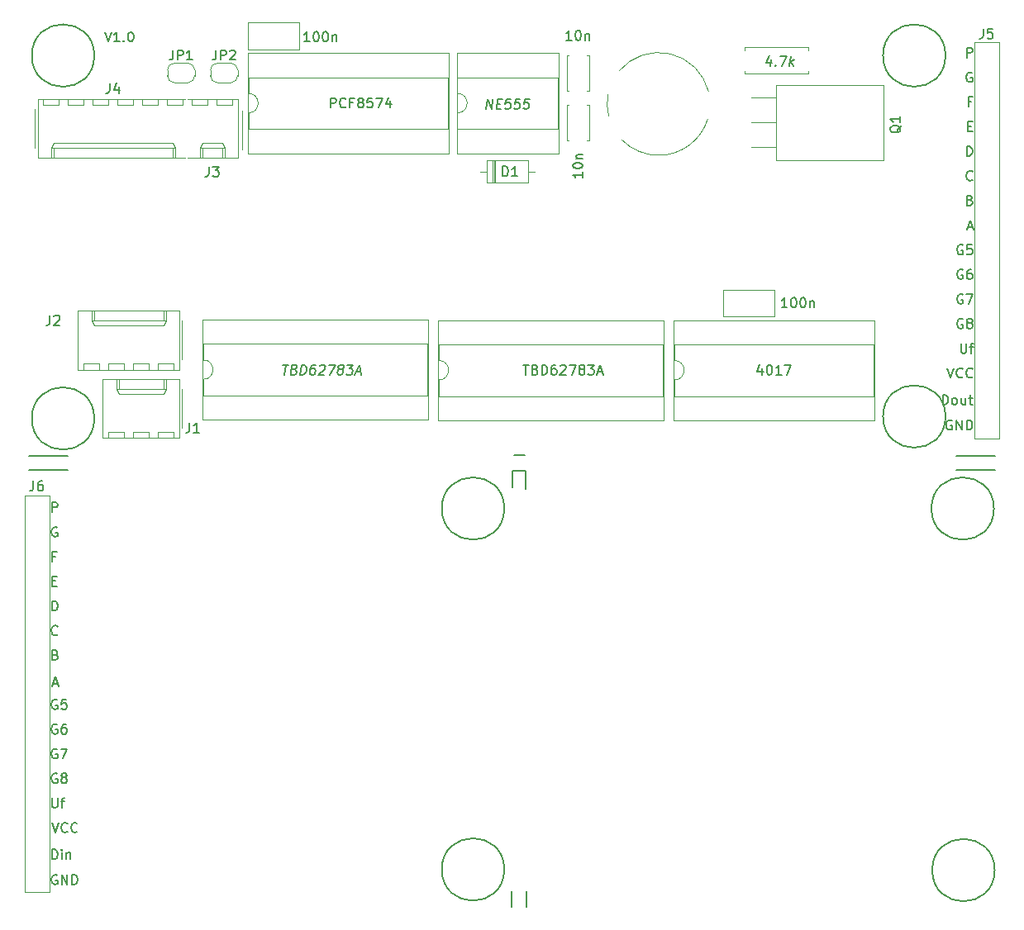
<source format=gbr>
%TF.GenerationSoftware,KiCad,Pcbnew,7.0.1*%
%TF.CreationDate,2023-05-21T16:34:47+02:00*%
%TF.ProjectId,kicad,6b696361-642e-46b6-9963-61645f706362,rev?*%
%TF.SameCoordinates,Original*%
%TF.FileFunction,Legend,Top*%
%TF.FilePolarity,Positive*%
%FSLAX46Y46*%
G04 Gerber Fmt 4.6, Leading zero omitted, Abs format (unit mm)*
G04 Created by KiCad (PCBNEW 7.0.1) date 2023-05-21 16:34:47*
%MOMM*%
%LPD*%
G01*
G04 APERTURE LIST*
%ADD10C,0.150000*%
%ADD11C,0.120000*%
%ADD12C,0.100000*%
G04 APERTURE END LIST*
D10*
X144686200Y-124572000D02*
X144686200Y-126172000D01*
X99211200Y-81377000D02*
X95211200Y-81377000D01*
X146186200Y-124572000D02*
X146186200Y-126172000D01*
X99211200Y-79877000D02*
X95211200Y-79877000D01*
X144886200Y-79872000D02*
X145986200Y-79872000D01*
X190211200Y-81377000D02*
X194211200Y-81377000D01*
X144786200Y-81472000D02*
X146086200Y-81472000D01*
X144786200Y-81472000D02*
X144786200Y-83172000D01*
X190211200Y-79877000D02*
X194211200Y-79877000D01*
X146086200Y-83272000D02*
X146086200Y-81472000D01*
X98103104Y-122907238D02*
X98007866Y-122859619D01*
X98007866Y-122859619D02*
X97865009Y-122859619D01*
X97865009Y-122859619D02*
X97722152Y-122907238D01*
X97722152Y-122907238D02*
X97626914Y-123002476D01*
X97626914Y-123002476D02*
X97579295Y-123097714D01*
X97579295Y-123097714D02*
X97531676Y-123288190D01*
X97531676Y-123288190D02*
X97531676Y-123431047D01*
X97531676Y-123431047D02*
X97579295Y-123621523D01*
X97579295Y-123621523D02*
X97626914Y-123716761D01*
X97626914Y-123716761D02*
X97722152Y-123812000D01*
X97722152Y-123812000D02*
X97865009Y-123859619D01*
X97865009Y-123859619D02*
X97960247Y-123859619D01*
X97960247Y-123859619D02*
X98103104Y-123812000D01*
X98103104Y-123812000D02*
X98150723Y-123764380D01*
X98150723Y-123764380D02*
X98150723Y-123431047D01*
X98150723Y-123431047D02*
X97960247Y-123431047D01*
X98579295Y-123859619D02*
X98579295Y-122859619D01*
X98579295Y-122859619D02*
X99150723Y-123859619D01*
X99150723Y-123859619D02*
X99150723Y-122859619D01*
X99626914Y-123859619D02*
X99626914Y-122859619D01*
X99626914Y-122859619D02*
X99865009Y-122859619D01*
X99865009Y-122859619D02*
X100007866Y-122907238D01*
X100007866Y-122907238D02*
X100103104Y-123002476D01*
X100103104Y-123002476D02*
X100150723Y-123097714D01*
X100150723Y-123097714D02*
X100198342Y-123288190D01*
X100198342Y-123288190D02*
X100198342Y-123431047D01*
X100198342Y-123431047D02*
X100150723Y-123621523D01*
X100150723Y-123621523D02*
X100103104Y-123716761D01*
X100103104Y-123716761D02*
X100007866Y-123812000D01*
X100007866Y-123812000D02*
X99865009Y-123859619D01*
X99865009Y-123859619D02*
X99626914Y-123859619D01*
X97912628Y-100311605D02*
X98055485Y-100359224D01*
X98055485Y-100359224D02*
X98103104Y-100406843D01*
X98103104Y-100406843D02*
X98150723Y-100502081D01*
X98150723Y-100502081D02*
X98150723Y-100644938D01*
X98150723Y-100644938D02*
X98103104Y-100740176D01*
X98103104Y-100740176D02*
X98055485Y-100787796D01*
X98055485Y-100787796D02*
X97960247Y-100835415D01*
X97960247Y-100835415D02*
X97579295Y-100835415D01*
X97579295Y-100835415D02*
X97579295Y-99835415D01*
X97579295Y-99835415D02*
X97912628Y-99835415D01*
X97912628Y-99835415D02*
X98007866Y-99883034D01*
X98007866Y-99883034D02*
X98055485Y-99930653D01*
X98055485Y-99930653D02*
X98103104Y-100025891D01*
X98103104Y-100025891D02*
X98103104Y-100121129D01*
X98103104Y-100121129D02*
X98055485Y-100216367D01*
X98055485Y-100216367D02*
X98007866Y-100263986D01*
X98007866Y-100263986D02*
X97912628Y-100311605D01*
X97912628Y-100311605D02*
X97579295Y-100311605D01*
X98150723Y-98214710D02*
X98103104Y-98262330D01*
X98103104Y-98262330D02*
X97960247Y-98309949D01*
X97960247Y-98309949D02*
X97865009Y-98309949D01*
X97865009Y-98309949D02*
X97722152Y-98262330D01*
X97722152Y-98262330D02*
X97626914Y-98167091D01*
X97626914Y-98167091D02*
X97579295Y-98071853D01*
X97579295Y-98071853D02*
X97531676Y-97881377D01*
X97531676Y-97881377D02*
X97531676Y-97738520D01*
X97531676Y-97738520D02*
X97579295Y-97548044D01*
X97579295Y-97548044D02*
X97626914Y-97452806D01*
X97626914Y-97452806D02*
X97722152Y-97357568D01*
X97722152Y-97357568D02*
X97865009Y-97309949D01*
X97865009Y-97309949D02*
X97960247Y-97309949D01*
X97960247Y-97309949D02*
X98103104Y-97357568D01*
X98103104Y-97357568D02*
X98150723Y-97405187D01*
X98103104Y-104933966D02*
X98007866Y-104886347D01*
X98007866Y-104886347D02*
X97865009Y-104886347D01*
X97865009Y-104886347D02*
X97722152Y-104933966D01*
X97722152Y-104933966D02*
X97626914Y-105029204D01*
X97626914Y-105029204D02*
X97579295Y-105124442D01*
X97579295Y-105124442D02*
X97531676Y-105314918D01*
X97531676Y-105314918D02*
X97531676Y-105457775D01*
X97531676Y-105457775D02*
X97579295Y-105648251D01*
X97579295Y-105648251D02*
X97626914Y-105743489D01*
X97626914Y-105743489D02*
X97722152Y-105838728D01*
X97722152Y-105838728D02*
X97865009Y-105886347D01*
X97865009Y-105886347D02*
X97960247Y-105886347D01*
X97960247Y-105886347D02*
X98103104Y-105838728D01*
X98103104Y-105838728D02*
X98150723Y-105791108D01*
X98150723Y-105791108D02*
X98150723Y-105457775D01*
X98150723Y-105457775D02*
X97960247Y-105457775D01*
X99055485Y-104886347D02*
X98579295Y-104886347D01*
X98579295Y-104886347D02*
X98531676Y-105362537D01*
X98531676Y-105362537D02*
X98579295Y-105314918D01*
X98579295Y-105314918D02*
X98674533Y-105267299D01*
X98674533Y-105267299D02*
X98912628Y-105267299D01*
X98912628Y-105267299D02*
X99007866Y-105314918D01*
X99007866Y-105314918D02*
X99055485Y-105362537D01*
X99055485Y-105362537D02*
X99103104Y-105457775D01*
X99103104Y-105457775D02*
X99103104Y-105695870D01*
X99103104Y-105695870D02*
X99055485Y-105791108D01*
X99055485Y-105791108D02*
X99007866Y-105838728D01*
X99007866Y-105838728D02*
X98912628Y-105886347D01*
X98912628Y-105886347D02*
X98674533Y-105886347D01*
X98674533Y-105886347D02*
X98579295Y-105838728D01*
X98579295Y-105838728D02*
X98531676Y-105791108D01*
X97579295Y-95784483D02*
X97579295Y-94784483D01*
X97579295Y-94784483D02*
X97817390Y-94784483D01*
X97817390Y-94784483D02*
X97960247Y-94832102D01*
X97960247Y-94832102D02*
X98055485Y-94927340D01*
X98055485Y-94927340D02*
X98103104Y-95022578D01*
X98103104Y-95022578D02*
X98150723Y-95213054D01*
X98150723Y-95213054D02*
X98150723Y-95355911D01*
X98150723Y-95355911D02*
X98103104Y-95546387D01*
X98103104Y-95546387D02*
X98055485Y-95641625D01*
X98055485Y-95641625D02*
X97960247Y-95736864D01*
X97960247Y-95736864D02*
X97817390Y-95784483D01*
X97817390Y-95784483D02*
X97579295Y-95784483D01*
X102981438Y-36449619D02*
X103314771Y-37449619D01*
X103314771Y-37449619D02*
X103648104Y-36449619D01*
X104505247Y-37449619D02*
X103933819Y-37449619D01*
X104219533Y-37449619D02*
X104219533Y-36449619D01*
X104219533Y-36449619D02*
X104124295Y-36592476D01*
X104124295Y-36592476D02*
X104029057Y-36687714D01*
X104029057Y-36687714D02*
X103933819Y-36735333D01*
X104933819Y-37354380D02*
X104981438Y-37402000D01*
X104981438Y-37402000D02*
X104933819Y-37449619D01*
X104933819Y-37449619D02*
X104886200Y-37402000D01*
X104886200Y-37402000D02*
X104933819Y-37354380D01*
X104933819Y-37354380D02*
X104933819Y-37449619D01*
X105600485Y-36449619D02*
X105695723Y-36449619D01*
X105695723Y-36449619D02*
X105790961Y-36497238D01*
X105790961Y-36497238D02*
X105838580Y-36544857D01*
X105838580Y-36544857D02*
X105886199Y-36640095D01*
X105886199Y-36640095D02*
X105933818Y-36830571D01*
X105933818Y-36830571D02*
X105933818Y-37068666D01*
X105933818Y-37068666D02*
X105886199Y-37259142D01*
X105886199Y-37259142D02*
X105838580Y-37354380D01*
X105838580Y-37354380D02*
X105790961Y-37402000D01*
X105790961Y-37402000D02*
X105695723Y-37449619D01*
X105695723Y-37449619D02*
X105600485Y-37449619D01*
X105600485Y-37449619D02*
X105505247Y-37402000D01*
X105505247Y-37402000D02*
X105457628Y-37354380D01*
X105457628Y-37354380D02*
X105410009Y-37259142D01*
X105410009Y-37259142D02*
X105362390Y-37068666D01*
X105362390Y-37068666D02*
X105362390Y-36830571D01*
X105362390Y-36830571D02*
X105410009Y-36640095D01*
X105410009Y-36640095D02*
X105457628Y-36544857D01*
X105457628Y-36544857D02*
X105505247Y-36497238D01*
X105505247Y-36497238D02*
X105600485Y-36449619D01*
X189296533Y-70903677D02*
X189629866Y-71903677D01*
X189629866Y-71903677D02*
X189963199Y-70903677D01*
X190867961Y-71808438D02*
X190820342Y-71856058D01*
X190820342Y-71856058D02*
X190677485Y-71903677D01*
X190677485Y-71903677D02*
X190582247Y-71903677D01*
X190582247Y-71903677D02*
X190439390Y-71856058D01*
X190439390Y-71856058D02*
X190344152Y-71760819D01*
X190344152Y-71760819D02*
X190296533Y-71665581D01*
X190296533Y-71665581D02*
X190248914Y-71475105D01*
X190248914Y-71475105D02*
X190248914Y-71332248D01*
X190248914Y-71332248D02*
X190296533Y-71141772D01*
X190296533Y-71141772D02*
X190344152Y-71046534D01*
X190344152Y-71046534D02*
X190439390Y-70951296D01*
X190439390Y-70951296D02*
X190582247Y-70903677D01*
X190582247Y-70903677D02*
X190677485Y-70903677D01*
X190677485Y-70903677D02*
X190820342Y-70951296D01*
X190820342Y-70951296D02*
X190867961Y-70998915D01*
X191867961Y-71808438D02*
X191820342Y-71856058D01*
X191820342Y-71856058D02*
X191677485Y-71903677D01*
X191677485Y-71903677D02*
X191582247Y-71903677D01*
X191582247Y-71903677D02*
X191439390Y-71856058D01*
X191439390Y-71856058D02*
X191344152Y-71760819D01*
X191344152Y-71760819D02*
X191296533Y-71665581D01*
X191296533Y-71665581D02*
X191248914Y-71475105D01*
X191248914Y-71475105D02*
X191248914Y-71332248D01*
X191248914Y-71332248D02*
X191296533Y-71141772D01*
X191296533Y-71141772D02*
X191344152Y-71046534D01*
X191344152Y-71046534D02*
X191439390Y-70951296D01*
X191439390Y-70951296D02*
X191582247Y-70903677D01*
X191582247Y-70903677D02*
X191677485Y-70903677D01*
X191677485Y-70903677D02*
X191820342Y-70951296D01*
X191820342Y-70951296D02*
X191867961Y-70998915D01*
X191820342Y-40645704D02*
X191725104Y-40598085D01*
X191725104Y-40598085D02*
X191582247Y-40598085D01*
X191582247Y-40598085D02*
X191439390Y-40645704D01*
X191439390Y-40645704D02*
X191344152Y-40740942D01*
X191344152Y-40740942D02*
X191296533Y-40836180D01*
X191296533Y-40836180D02*
X191248914Y-41026656D01*
X191248914Y-41026656D02*
X191248914Y-41169513D01*
X191248914Y-41169513D02*
X191296533Y-41359989D01*
X191296533Y-41359989D02*
X191344152Y-41455227D01*
X191344152Y-41455227D02*
X191439390Y-41550466D01*
X191439390Y-41550466D02*
X191582247Y-41598085D01*
X191582247Y-41598085D02*
X191677485Y-41598085D01*
X191677485Y-41598085D02*
X191820342Y-41550466D01*
X191820342Y-41550466D02*
X191867961Y-41502846D01*
X191867961Y-41502846D02*
X191867961Y-41169513D01*
X191867961Y-41169513D02*
X191677485Y-41169513D01*
X97579295Y-85682619D02*
X97579295Y-84682619D01*
X97579295Y-84682619D02*
X97960247Y-84682619D01*
X97960247Y-84682619D02*
X98055485Y-84730238D01*
X98055485Y-84730238D02*
X98103104Y-84777857D01*
X98103104Y-84777857D02*
X98150723Y-84873095D01*
X98150723Y-84873095D02*
X98150723Y-85015952D01*
X98150723Y-85015952D02*
X98103104Y-85111190D01*
X98103104Y-85111190D02*
X98055485Y-85158809D01*
X98055485Y-85158809D02*
X97960247Y-85206428D01*
X97960247Y-85206428D02*
X97579295Y-85206428D01*
X191391771Y-56465166D02*
X191867961Y-56465166D01*
X191296533Y-56750881D02*
X191629866Y-55750881D01*
X191629866Y-55750881D02*
X191963199Y-56750881D01*
X97579295Y-121259619D02*
X97579295Y-120259619D01*
X97579295Y-120259619D02*
X97817390Y-120259619D01*
X97817390Y-120259619D02*
X97960247Y-120307238D01*
X97960247Y-120307238D02*
X98055485Y-120402476D01*
X98055485Y-120402476D02*
X98103104Y-120497714D01*
X98103104Y-120497714D02*
X98150723Y-120688190D01*
X98150723Y-120688190D02*
X98150723Y-120831047D01*
X98150723Y-120831047D02*
X98103104Y-121021523D01*
X98103104Y-121021523D02*
X98055485Y-121116761D01*
X98055485Y-121116761D02*
X97960247Y-121212000D01*
X97960247Y-121212000D02*
X97817390Y-121259619D01*
X97817390Y-121259619D02*
X97579295Y-121259619D01*
X98579295Y-121259619D02*
X98579295Y-120592952D01*
X98579295Y-120259619D02*
X98531676Y-120307238D01*
X98531676Y-120307238D02*
X98579295Y-120354857D01*
X98579295Y-120354857D02*
X98626914Y-120307238D01*
X98626914Y-120307238D02*
X98579295Y-120259619D01*
X98579295Y-120259619D02*
X98579295Y-120354857D01*
X99055485Y-120592952D02*
X99055485Y-121259619D01*
X99055485Y-120688190D02*
X99103104Y-120640571D01*
X99103104Y-120640571D02*
X99198342Y-120592952D01*
X99198342Y-120592952D02*
X99341199Y-120592952D01*
X99341199Y-120592952D02*
X99436437Y-120640571D01*
X99436437Y-120640571D02*
X99484056Y-120735809D01*
X99484056Y-120735809D02*
X99484056Y-121259619D01*
X97579295Y-114988211D02*
X97579295Y-115797734D01*
X97579295Y-115797734D02*
X97626914Y-115892972D01*
X97626914Y-115892972D02*
X97674533Y-115940592D01*
X97674533Y-115940592D02*
X97769771Y-115988211D01*
X97769771Y-115988211D02*
X97960247Y-115988211D01*
X97960247Y-115988211D02*
X98055485Y-115940592D01*
X98055485Y-115940592D02*
X98103104Y-115892972D01*
X98103104Y-115892972D02*
X98150723Y-115797734D01*
X98150723Y-115797734D02*
X98150723Y-114988211D01*
X98484057Y-115321544D02*
X98865009Y-115321544D01*
X98626914Y-115988211D02*
X98626914Y-115131068D01*
X98626914Y-115131068D02*
X98674533Y-115035830D01*
X98674533Y-115035830D02*
X98769771Y-114988211D01*
X98769771Y-114988211D02*
X98865009Y-114988211D01*
X98103104Y-87255704D02*
X98007866Y-87208085D01*
X98007866Y-87208085D02*
X97865009Y-87208085D01*
X97865009Y-87208085D02*
X97722152Y-87255704D01*
X97722152Y-87255704D02*
X97626914Y-87350942D01*
X97626914Y-87350942D02*
X97579295Y-87446180D01*
X97579295Y-87446180D02*
X97531676Y-87636656D01*
X97531676Y-87636656D02*
X97531676Y-87779513D01*
X97531676Y-87779513D02*
X97579295Y-87969989D01*
X97579295Y-87969989D02*
X97626914Y-88065227D01*
X97626914Y-88065227D02*
X97722152Y-88160466D01*
X97722152Y-88160466D02*
X97865009Y-88208085D01*
X97865009Y-88208085D02*
X97960247Y-88208085D01*
X97960247Y-88208085D02*
X98103104Y-88160466D01*
X98103104Y-88160466D02*
X98150723Y-88112846D01*
X98150723Y-88112846D02*
X98150723Y-87779513D01*
X98150723Y-87779513D02*
X97960247Y-87779513D01*
X191296533Y-39072619D02*
X191296533Y-38072619D01*
X191296533Y-38072619D02*
X191677485Y-38072619D01*
X191677485Y-38072619D02*
X191772723Y-38120238D01*
X191772723Y-38120238D02*
X191820342Y-38167857D01*
X191820342Y-38167857D02*
X191867961Y-38263095D01*
X191867961Y-38263095D02*
X191867961Y-38405952D01*
X191867961Y-38405952D02*
X191820342Y-38501190D01*
X191820342Y-38501190D02*
X191772723Y-38548809D01*
X191772723Y-38548809D02*
X191677485Y-38596428D01*
X191677485Y-38596428D02*
X191296533Y-38596428D01*
X191772723Y-43599741D02*
X191439390Y-43599741D01*
X191439390Y-44123551D02*
X191439390Y-43123551D01*
X191439390Y-43123551D02*
X191915580Y-43123551D01*
X190867961Y-63374898D02*
X190772723Y-63327279D01*
X190772723Y-63327279D02*
X190629866Y-63327279D01*
X190629866Y-63327279D02*
X190487009Y-63374898D01*
X190487009Y-63374898D02*
X190391771Y-63470136D01*
X190391771Y-63470136D02*
X190344152Y-63565374D01*
X190344152Y-63565374D02*
X190296533Y-63755850D01*
X190296533Y-63755850D02*
X190296533Y-63898707D01*
X190296533Y-63898707D02*
X190344152Y-64089183D01*
X190344152Y-64089183D02*
X190391771Y-64184421D01*
X190391771Y-64184421D02*
X190487009Y-64279660D01*
X190487009Y-64279660D02*
X190629866Y-64327279D01*
X190629866Y-64327279D02*
X190725104Y-64327279D01*
X190725104Y-64327279D02*
X190867961Y-64279660D01*
X190867961Y-64279660D02*
X190915580Y-64232040D01*
X190915580Y-64232040D02*
X190915580Y-63898707D01*
X190915580Y-63898707D02*
X190725104Y-63898707D01*
X191248914Y-63327279D02*
X191915580Y-63327279D01*
X191915580Y-63327279D02*
X191487009Y-64327279D01*
X98103104Y-109984898D02*
X98007866Y-109937279D01*
X98007866Y-109937279D02*
X97865009Y-109937279D01*
X97865009Y-109937279D02*
X97722152Y-109984898D01*
X97722152Y-109984898D02*
X97626914Y-110080136D01*
X97626914Y-110080136D02*
X97579295Y-110175374D01*
X97579295Y-110175374D02*
X97531676Y-110365850D01*
X97531676Y-110365850D02*
X97531676Y-110508707D01*
X97531676Y-110508707D02*
X97579295Y-110699183D01*
X97579295Y-110699183D02*
X97626914Y-110794421D01*
X97626914Y-110794421D02*
X97722152Y-110889660D01*
X97722152Y-110889660D02*
X97865009Y-110937279D01*
X97865009Y-110937279D02*
X97960247Y-110937279D01*
X97960247Y-110937279D02*
X98103104Y-110889660D01*
X98103104Y-110889660D02*
X98150723Y-110842040D01*
X98150723Y-110842040D02*
X98150723Y-110508707D01*
X98150723Y-110508707D02*
X97960247Y-110508707D01*
X98484057Y-109937279D02*
X99150723Y-109937279D01*
X99150723Y-109937279D02*
X98722152Y-110937279D01*
X98103104Y-107459432D02*
X98007866Y-107411813D01*
X98007866Y-107411813D02*
X97865009Y-107411813D01*
X97865009Y-107411813D02*
X97722152Y-107459432D01*
X97722152Y-107459432D02*
X97626914Y-107554670D01*
X97626914Y-107554670D02*
X97579295Y-107649908D01*
X97579295Y-107649908D02*
X97531676Y-107840384D01*
X97531676Y-107840384D02*
X97531676Y-107983241D01*
X97531676Y-107983241D02*
X97579295Y-108173717D01*
X97579295Y-108173717D02*
X97626914Y-108268955D01*
X97626914Y-108268955D02*
X97722152Y-108364194D01*
X97722152Y-108364194D02*
X97865009Y-108411813D01*
X97865009Y-108411813D02*
X97960247Y-108411813D01*
X97960247Y-108411813D02*
X98103104Y-108364194D01*
X98103104Y-108364194D02*
X98150723Y-108316574D01*
X98150723Y-108316574D02*
X98150723Y-107983241D01*
X98150723Y-107983241D02*
X97960247Y-107983241D01*
X99007866Y-107411813D02*
X98817390Y-107411813D01*
X98817390Y-107411813D02*
X98722152Y-107459432D01*
X98722152Y-107459432D02*
X98674533Y-107507051D01*
X98674533Y-107507051D02*
X98579295Y-107649908D01*
X98579295Y-107649908D02*
X98531676Y-107840384D01*
X98531676Y-107840384D02*
X98531676Y-108221336D01*
X98531676Y-108221336D02*
X98579295Y-108316574D01*
X98579295Y-108316574D02*
X98626914Y-108364194D01*
X98626914Y-108364194D02*
X98722152Y-108411813D01*
X98722152Y-108411813D02*
X98912628Y-108411813D01*
X98912628Y-108411813D02*
X99007866Y-108364194D01*
X99007866Y-108364194D02*
X99055485Y-108316574D01*
X99055485Y-108316574D02*
X99103104Y-108221336D01*
X99103104Y-108221336D02*
X99103104Y-107983241D01*
X99103104Y-107983241D02*
X99055485Y-107888003D01*
X99055485Y-107888003D02*
X99007866Y-107840384D01*
X99007866Y-107840384D02*
X98912628Y-107792765D01*
X98912628Y-107792765D02*
X98722152Y-107792765D01*
X98722152Y-107792765D02*
X98626914Y-107840384D01*
X98626914Y-107840384D02*
X98579295Y-107888003D01*
X98579295Y-107888003D02*
X98531676Y-107983241D01*
X190677485Y-68378211D02*
X190677485Y-69187734D01*
X190677485Y-69187734D02*
X190725104Y-69282972D01*
X190725104Y-69282972D02*
X190772723Y-69330592D01*
X190772723Y-69330592D02*
X190867961Y-69378211D01*
X190867961Y-69378211D02*
X191058437Y-69378211D01*
X191058437Y-69378211D02*
X191153675Y-69330592D01*
X191153675Y-69330592D02*
X191201294Y-69282972D01*
X191201294Y-69282972D02*
X191248913Y-69187734D01*
X191248913Y-69187734D02*
X191248913Y-68378211D01*
X191582247Y-68711544D02*
X191963199Y-68711544D01*
X191725104Y-69378211D02*
X191725104Y-68521068D01*
X191725104Y-68521068D02*
X191772723Y-68425830D01*
X191772723Y-68425830D02*
X191867961Y-68378211D01*
X191867961Y-68378211D02*
X191963199Y-68378211D01*
X190867961Y-65900364D02*
X190772723Y-65852745D01*
X190772723Y-65852745D02*
X190629866Y-65852745D01*
X190629866Y-65852745D02*
X190487009Y-65900364D01*
X190487009Y-65900364D02*
X190391771Y-65995602D01*
X190391771Y-65995602D02*
X190344152Y-66090840D01*
X190344152Y-66090840D02*
X190296533Y-66281316D01*
X190296533Y-66281316D02*
X190296533Y-66424173D01*
X190296533Y-66424173D02*
X190344152Y-66614649D01*
X190344152Y-66614649D02*
X190391771Y-66709887D01*
X190391771Y-66709887D02*
X190487009Y-66805126D01*
X190487009Y-66805126D02*
X190629866Y-66852745D01*
X190629866Y-66852745D02*
X190725104Y-66852745D01*
X190725104Y-66852745D02*
X190867961Y-66805126D01*
X190867961Y-66805126D02*
X190915580Y-66757506D01*
X190915580Y-66757506D02*
X190915580Y-66424173D01*
X190915580Y-66424173D02*
X190725104Y-66424173D01*
X191487009Y-66281316D02*
X191391771Y-66233697D01*
X191391771Y-66233697D02*
X191344152Y-66186078D01*
X191344152Y-66186078D02*
X191296533Y-66090840D01*
X191296533Y-66090840D02*
X191296533Y-66043221D01*
X191296533Y-66043221D02*
X191344152Y-65947983D01*
X191344152Y-65947983D02*
X191391771Y-65900364D01*
X191391771Y-65900364D02*
X191487009Y-65852745D01*
X191487009Y-65852745D02*
X191677485Y-65852745D01*
X191677485Y-65852745D02*
X191772723Y-65900364D01*
X191772723Y-65900364D02*
X191820342Y-65947983D01*
X191820342Y-65947983D02*
X191867961Y-66043221D01*
X191867961Y-66043221D02*
X191867961Y-66090840D01*
X191867961Y-66090840D02*
X191820342Y-66186078D01*
X191820342Y-66186078D02*
X191772723Y-66233697D01*
X191772723Y-66233697D02*
X191677485Y-66281316D01*
X191677485Y-66281316D02*
X191487009Y-66281316D01*
X191487009Y-66281316D02*
X191391771Y-66328935D01*
X191391771Y-66328935D02*
X191344152Y-66376554D01*
X191344152Y-66376554D02*
X191296533Y-66471792D01*
X191296533Y-66471792D02*
X191296533Y-66662268D01*
X191296533Y-66662268D02*
X191344152Y-66757506D01*
X191344152Y-66757506D02*
X191391771Y-66805126D01*
X191391771Y-66805126D02*
X191487009Y-66852745D01*
X191487009Y-66852745D02*
X191677485Y-66852745D01*
X191677485Y-66852745D02*
X191772723Y-66805126D01*
X191772723Y-66805126D02*
X191820342Y-66757506D01*
X191820342Y-66757506D02*
X191867961Y-66662268D01*
X191867961Y-66662268D02*
X191867961Y-66471792D01*
X191867961Y-66471792D02*
X191820342Y-66376554D01*
X191820342Y-66376554D02*
X191772723Y-66328935D01*
X191772723Y-66328935D02*
X191677485Y-66281316D01*
X191296533Y-49174483D02*
X191296533Y-48174483D01*
X191296533Y-48174483D02*
X191534628Y-48174483D01*
X191534628Y-48174483D02*
X191677485Y-48222102D01*
X191677485Y-48222102D02*
X191772723Y-48317340D01*
X191772723Y-48317340D02*
X191820342Y-48412578D01*
X191820342Y-48412578D02*
X191867961Y-48603054D01*
X191867961Y-48603054D02*
X191867961Y-48745911D01*
X191867961Y-48745911D02*
X191820342Y-48936387D01*
X191820342Y-48936387D02*
X191772723Y-49031625D01*
X191772723Y-49031625D02*
X191677485Y-49126864D01*
X191677485Y-49126864D02*
X191534628Y-49174483D01*
X191534628Y-49174483D02*
X191296533Y-49174483D01*
X191629866Y-53701605D02*
X191772723Y-53749224D01*
X191772723Y-53749224D02*
X191820342Y-53796843D01*
X191820342Y-53796843D02*
X191867961Y-53892081D01*
X191867961Y-53892081D02*
X191867961Y-54034938D01*
X191867961Y-54034938D02*
X191820342Y-54130176D01*
X191820342Y-54130176D02*
X191772723Y-54177796D01*
X191772723Y-54177796D02*
X191677485Y-54225415D01*
X191677485Y-54225415D02*
X191296533Y-54225415D01*
X191296533Y-54225415D02*
X191296533Y-53225415D01*
X191296533Y-53225415D02*
X191629866Y-53225415D01*
X191629866Y-53225415D02*
X191725104Y-53273034D01*
X191725104Y-53273034D02*
X191772723Y-53320653D01*
X191772723Y-53320653D02*
X191820342Y-53415891D01*
X191820342Y-53415891D02*
X191820342Y-53511129D01*
X191820342Y-53511129D02*
X191772723Y-53606367D01*
X191772723Y-53606367D02*
X191725104Y-53653986D01*
X191725104Y-53653986D02*
X191629866Y-53701605D01*
X191629866Y-53701605D02*
X191296533Y-53701605D01*
X97676676Y-103263904D02*
X98152866Y-103263904D01*
X97581438Y-103549619D02*
X97914771Y-102549619D01*
X97914771Y-102549619D02*
X98248104Y-103549619D01*
X97579295Y-92735207D02*
X97912628Y-92735207D01*
X98055485Y-93259017D02*
X97579295Y-93259017D01*
X97579295Y-93259017D02*
X97579295Y-92259017D01*
X97579295Y-92259017D02*
X98055485Y-92259017D01*
X191391771Y-46125207D02*
X191725104Y-46125207D01*
X191867961Y-46649017D02*
X191391771Y-46649017D01*
X191391771Y-46649017D02*
X191391771Y-45649017D01*
X191391771Y-45649017D02*
X191867961Y-45649017D01*
X97912628Y-90209741D02*
X97579295Y-90209741D01*
X97579295Y-90733551D02*
X97579295Y-89733551D01*
X97579295Y-89733551D02*
X98055485Y-89733551D01*
X188824295Y-74649619D02*
X188824295Y-73649619D01*
X188824295Y-73649619D02*
X189062390Y-73649619D01*
X189062390Y-73649619D02*
X189205247Y-73697238D01*
X189205247Y-73697238D02*
X189300485Y-73792476D01*
X189300485Y-73792476D02*
X189348104Y-73887714D01*
X189348104Y-73887714D02*
X189395723Y-74078190D01*
X189395723Y-74078190D02*
X189395723Y-74221047D01*
X189395723Y-74221047D02*
X189348104Y-74411523D01*
X189348104Y-74411523D02*
X189300485Y-74506761D01*
X189300485Y-74506761D02*
X189205247Y-74602000D01*
X189205247Y-74602000D02*
X189062390Y-74649619D01*
X189062390Y-74649619D02*
X188824295Y-74649619D01*
X189967152Y-74649619D02*
X189871914Y-74602000D01*
X189871914Y-74602000D02*
X189824295Y-74554380D01*
X189824295Y-74554380D02*
X189776676Y-74459142D01*
X189776676Y-74459142D02*
X189776676Y-74173428D01*
X189776676Y-74173428D02*
X189824295Y-74078190D01*
X189824295Y-74078190D02*
X189871914Y-74030571D01*
X189871914Y-74030571D02*
X189967152Y-73982952D01*
X189967152Y-73982952D02*
X190110009Y-73982952D01*
X190110009Y-73982952D02*
X190205247Y-74030571D01*
X190205247Y-74030571D02*
X190252866Y-74078190D01*
X190252866Y-74078190D02*
X190300485Y-74173428D01*
X190300485Y-74173428D02*
X190300485Y-74459142D01*
X190300485Y-74459142D02*
X190252866Y-74554380D01*
X190252866Y-74554380D02*
X190205247Y-74602000D01*
X190205247Y-74602000D02*
X190110009Y-74649619D01*
X190110009Y-74649619D02*
X189967152Y-74649619D01*
X191157628Y-73982952D02*
X191157628Y-74649619D01*
X190729057Y-73982952D02*
X190729057Y-74506761D01*
X190729057Y-74506761D02*
X190776676Y-74602000D01*
X190776676Y-74602000D02*
X190871914Y-74649619D01*
X190871914Y-74649619D02*
X191014771Y-74649619D01*
X191014771Y-74649619D02*
X191110009Y-74602000D01*
X191110009Y-74602000D02*
X191157628Y-74554380D01*
X191490962Y-73982952D02*
X191871914Y-73982952D01*
X191633819Y-73649619D02*
X191633819Y-74506761D01*
X191633819Y-74506761D02*
X191681438Y-74602000D01*
X191681438Y-74602000D02*
X191776676Y-74649619D01*
X191776676Y-74649619D02*
X191871914Y-74649619D01*
X190867961Y-58323966D02*
X190772723Y-58276347D01*
X190772723Y-58276347D02*
X190629866Y-58276347D01*
X190629866Y-58276347D02*
X190487009Y-58323966D01*
X190487009Y-58323966D02*
X190391771Y-58419204D01*
X190391771Y-58419204D02*
X190344152Y-58514442D01*
X190344152Y-58514442D02*
X190296533Y-58704918D01*
X190296533Y-58704918D02*
X190296533Y-58847775D01*
X190296533Y-58847775D02*
X190344152Y-59038251D01*
X190344152Y-59038251D02*
X190391771Y-59133489D01*
X190391771Y-59133489D02*
X190487009Y-59228728D01*
X190487009Y-59228728D02*
X190629866Y-59276347D01*
X190629866Y-59276347D02*
X190725104Y-59276347D01*
X190725104Y-59276347D02*
X190867961Y-59228728D01*
X190867961Y-59228728D02*
X190915580Y-59181108D01*
X190915580Y-59181108D02*
X190915580Y-58847775D01*
X190915580Y-58847775D02*
X190725104Y-58847775D01*
X191820342Y-58276347D02*
X191344152Y-58276347D01*
X191344152Y-58276347D02*
X191296533Y-58752537D01*
X191296533Y-58752537D02*
X191344152Y-58704918D01*
X191344152Y-58704918D02*
X191439390Y-58657299D01*
X191439390Y-58657299D02*
X191677485Y-58657299D01*
X191677485Y-58657299D02*
X191772723Y-58704918D01*
X191772723Y-58704918D02*
X191820342Y-58752537D01*
X191820342Y-58752537D02*
X191867961Y-58847775D01*
X191867961Y-58847775D02*
X191867961Y-59085870D01*
X191867961Y-59085870D02*
X191820342Y-59181108D01*
X191820342Y-59181108D02*
X191772723Y-59228728D01*
X191772723Y-59228728D02*
X191677485Y-59276347D01*
X191677485Y-59276347D02*
X191439390Y-59276347D01*
X191439390Y-59276347D02*
X191344152Y-59228728D01*
X191344152Y-59228728D02*
X191296533Y-59181108D01*
X189748104Y-76297238D02*
X189652866Y-76249619D01*
X189652866Y-76249619D02*
X189510009Y-76249619D01*
X189510009Y-76249619D02*
X189367152Y-76297238D01*
X189367152Y-76297238D02*
X189271914Y-76392476D01*
X189271914Y-76392476D02*
X189224295Y-76487714D01*
X189224295Y-76487714D02*
X189176676Y-76678190D01*
X189176676Y-76678190D02*
X189176676Y-76821047D01*
X189176676Y-76821047D02*
X189224295Y-77011523D01*
X189224295Y-77011523D02*
X189271914Y-77106761D01*
X189271914Y-77106761D02*
X189367152Y-77202000D01*
X189367152Y-77202000D02*
X189510009Y-77249619D01*
X189510009Y-77249619D02*
X189605247Y-77249619D01*
X189605247Y-77249619D02*
X189748104Y-77202000D01*
X189748104Y-77202000D02*
X189795723Y-77154380D01*
X189795723Y-77154380D02*
X189795723Y-76821047D01*
X189795723Y-76821047D02*
X189605247Y-76821047D01*
X190224295Y-77249619D02*
X190224295Y-76249619D01*
X190224295Y-76249619D02*
X190795723Y-77249619D01*
X190795723Y-77249619D02*
X190795723Y-76249619D01*
X191271914Y-77249619D02*
X191271914Y-76249619D01*
X191271914Y-76249619D02*
X191510009Y-76249619D01*
X191510009Y-76249619D02*
X191652866Y-76297238D01*
X191652866Y-76297238D02*
X191748104Y-76392476D01*
X191748104Y-76392476D02*
X191795723Y-76487714D01*
X191795723Y-76487714D02*
X191843342Y-76678190D01*
X191843342Y-76678190D02*
X191843342Y-76821047D01*
X191843342Y-76821047D02*
X191795723Y-77011523D01*
X191795723Y-77011523D02*
X191748104Y-77106761D01*
X191748104Y-77106761D02*
X191652866Y-77202000D01*
X191652866Y-77202000D02*
X191510009Y-77249619D01*
X191510009Y-77249619D02*
X191271914Y-77249619D01*
X190867961Y-60849432D02*
X190772723Y-60801813D01*
X190772723Y-60801813D02*
X190629866Y-60801813D01*
X190629866Y-60801813D02*
X190487009Y-60849432D01*
X190487009Y-60849432D02*
X190391771Y-60944670D01*
X190391771Y-60944670D02*
X190344152Y-61039908D01*
X190344152Y-61039908D02*
X190296533Y-61230384D01*
X190296533Y-61230384D02*
X190296533Y-61373241D01*
X190296533Y-61373241D02*
X190344152Y-61563717D01*
X190344152Y-61563717D02*
X190391771Y-61658955D01*
X190391771Y-61658955D02*
X190487009Y-61754194D01*
X190487009Y-61754194D02*
X190629866Y-61801813D01*
X190629866Y-61801813D02*
X190725104Y-61801813D01*
X190725104Y-61801813D02*
X190867961Y-61754194D01*
X190867961Y-61754194D02*
X190915580Y-61706574D01*
X190915580Y-61706574D02*
X190915580Y-61373241D01*
X190915580Y-61373241D02*
X190725104Y-61373241D01*
X191772723Y-60801813D02*
X191582247Y-60801813D01*
X191582247Y-60801813D02*
X191487009Y-60849432D01*
X191487009Y-60849432D02*
X191439390Y-60897051D01*
X191439390Y-60897051D02*
X191344152Y-61039908D01*
X191344152Y-61039908D02*
X191296533Y-61230384D01*
X191296533Y-61230384D02*
X191296533Y-61611336D01*
X191296533Y-61611336D02*
X191344152Y-61706574D01*
X191344152Y-61706574D02*
X191391771Y-61754194D01*
X191391771Y-61754194D02*
X191487009Y-61801813D01*
X191487009Y-61801813D02*
X191677485Y-61801813D01*
X191677485Y-61801813D02*
X191772723Y-61754194D01*
X191772723Y-61754194D02*
X191820342Y-61706574D01*
X191820342Y-61706574D02*
X191867961Y-61611336D01*
X191867961Y-61611336D02*
X191867961Y-61373241D01*
X191867961Y-61373241D02*
X191820342Y-61278003D01*
X191820342Y-61278003D02*
X191772723Y-61230384D01*
X191772723Y-61230384D02*
X191677485Y-61182765D01*
X191677485Y-61182765D02*
X191487009Y-61182765D01*
X191487009Y-61182765D02*
X191391771Y-61230384D01*
X191391771Y-61230384D02*
X191344152Y-61278003D01*
X191344152Y-61278003D02*
X191296533Y-61373241D01*
X97581438Y-117513677D02*
X97914771Y-118513677D01*
X97914771Y-118513677D02*
X98248104Y-117513677D01*
X99152866Y-118418438D02*
X99105247Y-118466058D01*
X99105247Y-118466058D02*
X98962390Y-118513677D01*
X98962390Y-118513677D02*
X98867152Y-118513677D01*
X98867152Y-118513677D02*
X98724295Y-118466058D01*
X98724295Y-118466058D02*
X98629057Y-118370819D01*
X98629057Y-118370819D02*
X98581438Y-118275581D01*
X98581438Y-118275581D02*
X98533819Y-118085105D01*
X98533819Y-118085105D02*
X98533819Y-117942248D01*
X98533819Y-117942248D02*
X98581438Y-117751772D01*
X98581438Y-117751772D02*
X98629057Y-117656534D01*
X98629057Y-117656534D02*
X98724295Y-117561296D01*
X98724295Y-117561296D02*
X98867152Y-117513677D01*
X98867152Y-117513677D02*
X98962390Y-117513677D01*
X98962390Y-117513677D02*
X99105247Y-117561296D01*
X99105247Y-117561296D02*
X99152866Y-117608915D01*
X100152866Y-118418438D02*
X100105247Y-118466058D01*
X100105247Y-118466058D02*
X99962390Y-118513677D01*
X99962390Y-118513677D02*
X99867152Y-118513677D01*
X99867152Y-118513677D02*
X99724295Y-118466058D01*
X99724295Y-118466058D02*
X99629057Y-118370819D01*
X99629057Y-118370819D02*
X99581438Y-118275581D01*
X99581438Y-118275581D02*
X99533819Y-118085105D01*
X99533819Y-118085105D02*
X99533819Y-117942248D01*
X99533819Y-117942248D02*
X99581438Y-117751772D01*
X99581438Y-117751772D02*
X99629057Y-117656534D01*
X99629057Y-117656534D02*
X99724295Y-117561296D01*
X99724295Y-117561296D02*
X99867152Y-117513677D01*
X99867152Y-117513677D02*
X99962390Y-117513677D01*
X99962390Y-117513677D02*
X100105247Y-117561296D01*
X100105247Y-117561296D02*
X100152866Y-117608915D01*
X191867961Y-51604710D02*
X191820342Y-51652330D01*
X191820342Y-51652330D02*
X191677485Y-51699949D01*
X191677485Y-51699949D02*
X191582247Y-51699949D01*
X191582247Y-51699949D02*
X191439390Y-51652330D01*
X191439390Y-51652330D02*
X191344152Y-51557091D01*
X191344152Y-51557091D02*
X191296533Y-51461853D01*
X191296533Y-51461853D02*
X191248914Y-51271377D01*
X191248914Y-51271377D02*
X191248914Y-51128520D01*
X191248914Y-51128520D02*
X191296533Y-50938044D01*
X191296533Y-50938044D02*
X191344152Y-50842806D01*
X191344152Y-50842806D02*
X191439390Y-50747568D01*
X191439390Y-50747568D02*
X191582247Y-50699949D01*
X191582247Y-50699949D02*
X191677485Y-50699949D01*
X191677485Y-50699949D02*
X191820342Y-50747568D01*
X191820342Y-50747568D02*
X191867961Y-50795187D01*
X98103104Y-112510364D02*
X98007866Y-112462745D01*
X98007866Y-112462745D02*
X97865009Y-112462745D01*
X97865009Y-112462745D02*
X97722152Y-112510364D01*
X97722152Y-112510364D02*
X97626914Y-112605602D01*
X97626914Y-112605602D02*
X97579295Y-112700840D01*
X97579295Y-112700840D02*
X97531676Y-112891316D01*
X97531676Y-112891316D02*
X97531676Y-113034173D01*
X97531676Y-113034173D02*
X97579295Y-113224649D01*
X97579295Y-113224649D02*
X97626914Y-113319887D01*
X97626914Y-113319887D02*
X97722152Y-113415126D01*
X97722152Y-113415126D02*
X97865009Y-113462745D01*
X97865009Y-113462745D02*
X97960247Y-113462745D01*
X97960247Y-113462745D02*
X98103104Y-113415126D01*
X98103104Y-113415126D02*
X98150723Y-113367506D01*
X98150723Y-113367506D02*
X98150723Y-113034173D01*
X98150723Y-113034173D02*
X97960247Y-113034173D01*
X98722152Y-112891316D02*
X98626914Y-112843697D01*
X98626914Y-112843697D02*
X98579295Y-112796078D01*
X98579295Y-112796078D02*
X98531676Y-112700840D01*
X98531676Y-112700840D02*
X98531676Y-112653221D01*
X98531676Y-112653221D02*
X98579295Y-112557983D01*
X98579295Y-112557983D02*
X98626914Y-112510364D01*
X98626914Y-112510364D02*
X98722152Y-112462745D01*
X98722152Y-112462745D02*
X98912628Y-112462745D01*
X98912628Y-112462745D02*
X99007866Y-112510364D01*
X99007866Y-112510364D02*
X99055485Y-112557983D01*
X99055485Y-112557983D02*
X99103104Y-112653221D01*
X99103104Y-112653221D02*
X99103104Y-112700840D01*
X99103104Y-112700840D02*
X99055485Y-112796078D01*
X99055485Y-112796078D02*
X99007866Y-112843697D01*
X99007866Y-112843697D02*
X98912628Y-112891316D01*
X98912628Y-112891316D02*
X98722152Y-112891316D01*
X98722152Y-112891316D02*
X98626914Y-112938935D01*
X98626914Y-112938935D02*
X98579295Y-112986554D01*
X98579295Y-112986554D02*
X98531676Y-113081792D01*
X98531676Y-113081792D02*
X98531676Y-113272268D01*
X98531676Y-113272268D02*
X98579295Y-113367506D01*
X98579295Y-113367506D02*
X98626914Y-113415126D01*
X98626914Y-113415126D02*
X98722152Y-113462745D01*
X98722152Y-113462745D02*
X98912628Y-113462745D01*
X98912628Y-113462745D02*
X99007866Y-113415126D01*
X99007866Y-113415126D02*
X99055485Y-113367506D01*
X99055485Y-113367506D02*
X99103104Y-113272268D01*
X99103104Y-113272268D02*
X99103104Y-113081792D01*
X99103104Y-113081792D02*
X99055485Y-112986554D01*
X99055485Y-112986554D02*
X99007866Y-112938935D01*
X99007866Y-112938935D02*
X98912628Y-112891316D01*
%TO.C,D1*%
X143748105Y-51234619D02*
X143748105Y-50234619D01*
X143748105Y-50234619D02*
X143986200Y-50234619D01*
X143986200Y-50234619D02*
X144129057Y-50282238D01*
X144129057Y-50282238D02*
X144224295Y-50377476D01*
X144224295Y-50377476D02*
X144271914Y-50472714D01*
X144271914Y-50472714D02*
X144319533Y-50663190D01*
X144319533Y-50663190D02*
X144319533Y-50806047D01*
X144319533Y-50806047D02*
X144271914Y-50996523D01*
X144271914Y-50996523D02*
X144224295Y-51091761D01*
X144224295Y-51091761D02*
X144129057Y-51187000D01*
X144129057Y-51187000D02*
X143986200Y-51234619D01*
X143986200Y-51234619D02*
X143748105Y-51234619D01*
X145271914Y-51234619D02*
X144700486Y-51234619D01*
X144986200Y-51234619D02*
X144986200Y-50234619D01*
X144986200Y-50234619D02*
X144890962Y-50377476D01*
X144890962Y-50377476D02*
X144795724Y-50472714D01*
X144795724Y-50472714D02*
X144700486Y-50520333D01*
%TO.C,U1*%
X142053460Y-44339619D02*
X142178460Y-43339619D01*
X142178460Y-43339619D02*
X142624889Y-44339619D01*
X142624889Y-44339619D02*
X142749889Y-43339619D01*
X143160604Y-43815809D02*
X143493937Y-43815809D01*
X143571318Y-44339619D02*
X143095127Y-44339619D01*
X143095127Y-44339619D02*
X143220127Y-43339619D01*
X143220127Y-43339619D02*
X143696318Y-43339619D01*
X144595128Y-43339619D02*
X144118937Y-43339619D01*
X144118937Y-43339619D02*
X144011795Y-43815809D01*
X144011795Y-43815809D02*
X144065366Y-43768190D01*
X144065366Y-43768190D02*
X144166556Y-43720571D01*
X144166556Y-43720571D02*
X144404652Y-43720571D01*
X144404652Y-43720571D02*
X144493937Y-43768190D01*
X144493937Y-43768190D02*
X144535604Y-43815809D01*
X144535604Y-43815809D02*
X144571318Y-43911047D01*
X144571318Y-43911047D02*
X144541556Y-44149142D01*
X144541556Y-44149142D02*
X144482033Y-44244380D01*
X144482033Y-44244380D02*
X144428461Y-44292000D01*
X144428461Y-44292000D02*
X144327271Y-44339619D01*
X144327271Y-44339619D02*
X144089175Y-44339619D01*
X144089175Y-44339619D02*
X143999890Y-44292000D01*
X143999890Y-44292000D02*
X143958223Y-44244380D01*
X145541557Y-43339619D02*
X145065366Y-43339619D01*
X145065366Y-43339619D02*
X144958224Y-43815809D01*
X144958224Y-43815809D02*
X145011795Y-43768190D01*
X145011795Y-43768190D02*
X145112985Y-43720571D01*
X145112985Y-43720571D02*
X145351081Y-43720571D01*
X145351081Y-43720571D02*
X145440366Y-43768190D01*
X145440366Y-43768190D02*
X145482033Y-43815809D01*
X145482033Y-43815809D02*
X145517747Y-43911047D01*
X145517747Y-43911047D02*
X145487985Y-44149142D01*
X145487985Y-44149142D02*
X145428462Y-44244380D01*
X145428462Y-44244380D02*
X145374890Y-44292000D01*
X145374890Y-44292000D02*
X145273700Y-44339619D01*
X145273700Y-44339619D02*
X145035604Y-44339619D01*
X145035604Y-44339619D02*
X144946319Y-44292000D01*
X144946319Y-44292000D02*
X144904652Y-44244380D01*
X146487986Y-43339619D02*
X146011795Y-43339619D01*
X146011795Y-43339619D02*
X145904653Y-43815809D01*
X145904653Y-43815809D02*
X145958224Y-43768190D01*
X145958224Y-43768190D02*
X146059414Y-43720571D01*
X146059414Y-43720571D02*
X146297510Y-43720571D01*
X146297510Y-43720571D02*
X146386795Y-43768190D01*
X146386795Y-43768190D02*
X146428462Y-43815809D01*
X146428462Y-43815809D02*
X146464176Y-43911047D01*
X146464176Y-43911047D02*
X146434414Y-44149142D01*
X146434414Y-44149142D02*
X146374891Y-44244380D01*
X146374891Y-44244380D02*
X146321319Y-44292000D01*
X146321319Y-44292000D02*
X146220129Y-44339619D01*
X146220129Y-44339619D02*
X145982033Y-44339619D01*
X145982033Y-44339619D02*
X145892748Y-44292000D01*
X145892748Y-44292000D02*
X145851081Y-44244380D01*
%TO.C,JP2*%
X114367866Y-38319619D02*
X114367866Y-39033904D01*
X114367866Y-39033904D02*
X114320247Y-39176761D01*
X114320247Y-39176761D02*
X114225009Y-39272000D01*
X114225009Y-39272000D02*
X114082152Y-39319619D01*
X114082152Y-39319619D02*
X113986914Y-39319619D01*
X114844057Y-39319619D02*
X114844057Y-38319619D01*
X114844057Y-38319619D02*
X115225009Y-38319619D01*
X115225009Y-38319619D02*
X115320247Y-38367238D01*
X115320247Y-38367238D02*
X115367866Y-38414857D01*
X115367866Y-38414857D02*
X115415485Y-38510095D01*
X115415485Y-38510095D02*
X115415485Y-38652952D01*
X115415485Y-38652952D02*
X115367866Y-38748190D01*
X115367866Y-38748190D02*
X115320247Y-38795809D01*
X115320247Y-38795809D02*
X115225009Y-38843428D01*
X115225009Y-38843428D02*
X114844057Y-38843428D01*
X115796438Y-38414857D02*
X115844057Y-38367238D01*
X115844057Y-38367238D02*
X115939295Y-38319619D01*
X115939295Y-38319619D02*
X116177390Y-38319619D01*
X116177390Y-38319619D02*
X116272628Y-38367238D01*
X116272628Y-38367238D02*
X116320247Y-38414857D01*
X116320247Y-38414857D02*
X116367866Y-38510095D01*
X116367866Y-38510095D02*
X116367866Y-38605333D01*
X116367866Y-38605333D02*
X116320247Y-38748190D01*
X116320247Y-38748190D02*
X115748819Y-39319619D01*
X115748819Y-39319619D02*
X116367866Y-39319619D01*
%TO.C,U4*%
X126105962Y-44219619D02*
X126105962Y-43219619D01*
X126105962Y-43219619D02*
X126486914Y-43219619D01*
X126486914Y-43219619D02*
X126582152Y-43267238D01*
X126582152Y-43267238D02*
X126629771Y-43314857D01*
X126629771Y-43314857D02*
X126677390Y-43410095D01*
X126677390Y-43410095D02*
X126677390Y-43552952D01*
X126677390Y-43552952D02*
X126629771Y-43648190D01*
X126629771Y-43648190D02*
X126582152Y-43695809D01*
X126582152Y-43695809D02*
X126486914Y-43743428D01*
X126486914Y-43743428D02*
X126105962Y-43743428D01*
X127677390Y-44124380D02*
X127629771Y-44172000D01*
X127629771Y-44172000D02*
X127486914Y-44219619D01*
X127486914Y-44219619D02*
X127391676Y-44219619D01*
X127391676Y-44219619D02*
X127248819Y-44172000D01*
X127248819Y-44172000D02*
X127153581Y-44076761D01*
X127153581Y-44076761D02*
X127105962Y-43981523D01*
X127105962Y-43981523D02*
X127058343Y-43791047D01*
X127058343Y-43791047D02*
X127058343Y-43648190D01*
X127058343Y-43648190D02*
X127105962Y-43457714D01*
X127105962Y-43457714D02*
X127153581Y-43362476D01*
X127153581Y-43362476D02*
X127248819Y-43267238D01*
X127248819Y-43267238D02*
X127391676Y-43219619D01*
X127391676Y-43219619D02*
X127486914Y-43219619D01*
X127486914Y-43219619D02*
X127629771Y-43267238D01*
X127629771Y-43267238D02*
X127677390Y-43314857D01*
X128439295Y-43695809D02*
X128105962Y-43695809D01*
X128105962Y-44219619D02*
X128105962Y-43219619D01*
X128105962Y-43219619D02*
X128582152Y-43219619D01*
X129105962Y-43648190D02*
X129010724Y-43600571D01*
X129010724Y-43600571D02*
X128963105Y-43552952D01*
X128963105Y-43552952D02*
X128915486Y-43457714D01*
X128915486Y-43457714D02*
X128915486Y-43410095D01*
X128915486Y-43410095D02*
X128963105Y-43314857D01*
X128963105Y-43314857D02*
X129010724Y-43267238D01*
X129010724Y-43267238D02*
X129105962Y-43219619D01*
X129105962Y-43219619D02*
X129296438Y-43219619D01*
X129296438Y-43219619D02*
X129391676Y-43267238D01*
X129391676Y-43267238D02*
X129439295Y-43314857D01*
X129439295Y-43314857D02*
X129486914Y-43410095D01*
X129486914Y-43410095D02*
X129486914Y-43457714D01*
X129486914Y-43457714D02*
X129439295Y-43552952D01*
X129439295Y-43552952D02*
X129391676Y-43600571D01*
X129391676Y-43600571D02*
X129296438Y-43648190D01*
X129296438Y-43648190D02*
X129105962Y-43648190D01*
X129105962Y-43648190D02*
X129010724Y-43695809D01*
X129010724Y-43695809D02*
X128963105Y-43743428D01*
X128963105Y-43743428D02*
X128915486Y-43838666D01*
X128915486Y-43838666D02*
X128915486Y-44029142D01*
X128915486Y-44029142D02*
X128963105Y-44124380D01*
X128963105Y-44124380D02*
X129010724Y-44172000D01*
X129010724Y-44172000D02*
X129105962Y-44219619D01*
X129105962Y-44219619D02*
X129296438Y-44219619D01*
X129296438Y-44219619D02*
X129391676Y-44172000D01*
X129391676Y-44172000D02*
X129439295Y-44124380D01*
X129439295Y-44124380D02*
X129486914Y-44029142D01*
X129486914Y-44029142D02*
X129486914Y-43838666D01*
X129486914Y-43838666D02*
X129439295Y-43743428D01*
X129439295Y-43743428D02*
X129391676Y-43695809D01*
X129391676Y-43695809D02*
X129296438Y-43648190D01*
X130391676Y-43219619D02*
X129915486Y-43219619D01*
X129915486Y-43219619D02*
X129867867Y-43695809D01*
X129867867Y-43695809D02*
X129915486Y-43648190D01*
X129915486Y-43648190D02*
X130010724Y-43600571D01*
X130010724Y-43600571D02*
X130248819Y-43600571D01*
X130248819Y-43600571D02*
X130344057Y-43648190D01*
X130344057Y-43648190D02*
X130391676Y-43695809D01*
X130391676Y-43695809D02*
X130439295Y-43791047D01*
X130439295Y-43791047D02*
X130439295Y-44029142D01*
X130439295Y-44029142D02*
X130391676Y-44124380D01*
X130391676Y-44124380D02*
X130344057Y-44172000D01*
X130344057Y-44172000D02*
X130248819Y-44219619D01*
X130248819Y-44219619D02*
X130010724Y-44219619D01*
X130010724Y-44219619D02*
X129915486Y-44172000D01*
X129915486Y-44172000D02*
X129867867Y-44124380D01*
X130772629Y-43219619D02*
X131439295Y-43219619D01*
X131439295Y-43219619D02*
X131010724Y-44219619D01*
X132248819Y-43552952D02*
X132248819Y-44219619D01*
X132010724Y-43172000D02*
X131772629Y-43886285D01*
X131772629Y-43886285D02*
X132391676Y-43886285D01*
%TO.C,Q1*%
X184564057Y-46032238D02*
X184516438Y-46127476D01*
X184516438Y-46127476D02*
X184421200Y-46222714D01*
X184421200Y-46222714D02*
X184278342Y-46365571D01*
X184278342Y-46365571D02*
X184230723Y-46460809D01*
X184230723Y-46460809D02*
X184230723Y-46556047D01*
X184468819Y-46508428D02*
X184421200Y-46603666D01*
X184421200Y-46603666D02*
X184325961Y-46698904D01*
X184325961Y-46698904D02*
X184135485Y-46746523D01*
X184135485Y-46746523D02*
X183802152Y-46746523D01*
X183802152Y-46746523D02*
X183611676Y-46698904D01*
X183611676Y-46698904D02*
X183516438Y-46603666D01*
X183516438Y-46603666D02*
X183468819Y-46508428D01*
X183468819Y-46508428D02*
X183468819Y-46317952D01*
X183468819Y-46317952D02*
X183516438Y-46222714D01*
X183516438Y-46222714D02*
X183611676Y-46127476D01*
X183611676Y-46127476D02*
X183802152Y-46079857D01*
X183802152Y-46079857D02*
X184135485Y-46079857D01*
X184135485Y-46079857D02*
X184325961Y-46127476D01*
X184325961Y-46127476D02*
X184421200Y-46222714D01*
X184421200Y-46222714D02*
X184468819Y-46317952D01*
X184468819Y-46317952D02*
X184468819Y-46508428D01*
X184468819Y-45127476D02*
X184468819Y-45698904D01*
X184468819Y-45413190D02*
X183468819Y-45413190D01*
X183468819Y-45413190D02*
X183611676Y-45508428D01*
X183611676Y-45508428D02*
X183706914Y-45603666D01*
X183706914Y-45603666D02*
X183754533Y-45698904D01*
%TO.C,C4*%
X172887152Y-64694619D02*
X172315724Y-64694619D01*
X172601438Y-64694619D02*
X172601438Y-63694619D01*
X172601438Y-63694619D02*
X172506200Y-63837476D01*
X172506200Y-63837476D02*
X172410962Y-63932714D01*
X172410962Y-63932714D02*
X172315724Y-63980333D01*
X173506200Y-63694619D02*
X173601438Y-63694619D01*
X173601438Y-63694619D02*
X173696676Y-63742238D01*
X173696676Y-63742238D02*
X173744295Y-63789857D01*
X173744295Y-63789857D02*
X173791914Y-63885095D01*
X173791914Y-63885095D02*
X173839533Y-64075571D01*
X173839533Y-64075571D02*
X173839533Y-64313666D01*
X173839533Y-64313666D02*
X173791914Y-64504142D01*
X173791914Y-64504142D02*
X173744295Y-64599380D01*
X173744295Y-64599380D02*
X173696676Y-64647000D01*
X173696676Y-64647000D02*
X173601438Y-64694619D01*
X173601438Y-64694619D02*
X173506200Y-64694619D01*
X173506200Y-64694619D02*
X173410962Y-64647000D01*
X173410962Y-64647000D02*
X173363343Y-64599380D01*
X173363343Y-64599380D02*
X173315724Y-64504142D01*
X173315724Y-64504142D02*
X173268105Y-64313666D01*
X173268105Y-64313666D02*
X173268105Y-64075571D01*
X173268105Y-64075571D02*
X173315724Y-63885095D01*
X173315724Y-63885095D02*
X173363343Y-63789857D01*
X173363343Y-63789857D02*
X173410962Y-63742238D01*
X173410962Y-63742238D02*
X173506200Y-63694619D01*
X174458581Y-63694619D02*
X174553819Y-63694619D01*
X174553819Y-63694619D02*
X174649057Y-63742238D01*
X174649057Y-63742238D02*
X174696676Y-63789857D01*
X174696676Y-63789857D02*
X174744295Y-63885095D01*
X174744295Y-63885095D02*
X174791914Y-64075571D01*
X174791914Y-64075571D02*
X174791914Y-64313666D01*
X174791914Y-64313666D02*
X174744295Y-64504142D01*
X174744295Y-64504142D02*
X174696676Y-64599380D01*
X174696676Y-64599380D02*
X174649057Y-64647000D01*
X174649057Y-64647000D02*
X174553819Y-64694619D01*
X174553819Y-64694619D02*
X174458581Y-64694619D01*
X174458581Y-64694619D02*
X174363343Y-64647000D01*
X174363343Y-64647000D02*
X174315724Y-64599380D01*
X174315724Y-64599380D02*
X174268105Y-64504142D01*
X174268105Y-64504142D02*
X174220486Y-64313666D01*
X174220486Y-64313666D02*
X174220486Y-64075571D01*
X174220486Y-64075571D02*
X174268105Y-63885095D01*
X174268105Y-63885095D02*
X174315724Y-63789857D01*
X174315724Y-63789857D02*
X174363343Y-63742238D01*
X174363343Y-63742238D02*
X174458581Y-63694619D01*
X175220486Y-64027952D02*
X175220486Y-64694619D01*
X175220486Y-64123190D02*
X175268105Y-64075571D01*
X175268105Y-64075571D02*
X175363343Y-64027952D01*
X175363343Y-64027952D02*
X175506200Y-64027952D01*
X175506200Y-64027952D02*
X175601438Y-64075571D01*
X175601438Y-64075571D02*
X175649057Y-64170809D01*
X175649057Y-64170809D02*
X175649057Y-64694619D01*
%TO.C,U5*%
X121241794Y-70594619D02*
X121813223Y-70594619D01*
X121402509Y-71594619D02*
X121527509Y-70594619D01*
X122414413Y-71070809D02*
X122551318Y-71118428D01*
X122551318Y-71118428D02*
X122592984Y-71166047D01*
X122592984Y-71166047D02*
X122628699Y-71261285D01*
X122628699Y-71261285D02*
X122610841Y-71404142D01*
X122610841Y-71404142D02*
X122551318Y-71499380D01*
X122551318Y-71499380D02*
X122497746Y-71547000D01*
X122497746Y-71547000D02*
X122396556Y-71594619D01*
X122396556Y-71594619D02*
X122015603Y-71594619D01*
X122015603Y-71594619D02*
X122140603Y-70594619D01*
X122140603Y-70594619D02*
X122473937Y-70594619D01*
X122473937Y-70594619D02*
X122563222Y-70642238D01*
X122563222Y-70642238D02*
X122604889Y-70689857D01*
X122604889Y-70689857D02*
X122640603Y-70785095D01*
X122640603Y-70785095D02*
X122628699Y-70880333D01*
X122628699Y-70880333D02*
X122569175Y-70975571D01*
X122569175Y-70975571D02*
X122515603Y-71023190D01*
X122515603Y-71023190D02*
X122414413Y-71070809D01*
X122414413Y-71070809D02*
X122081080Y-71070809D01*
X123009651Y-71594619D02*
X123134651Y-70594619D01*
X123134651Y-70594619D02*
X123372747Y-70594619D01*
X123372747Y-70594619D02*
X123509651Y-70642238D01*
X123509651Y-70642238D02*
X123592985Y-70737476D01*
X123592985Y-70737476D02*
X123628699Y-70832714D01*
X123628699Y-70832714D02*
X123652509Y-71023190D01*
X123652509Y-71023190D02*
X123634651Y-71166047D01*
X123634651Y-71166047D02*
X123563223Y-71356523D01*
X123563223Y-71356523D02*
X123503699Y-71451761D01*
X123503699Y-71451761D02*
X123396556Y-71547000D01*
X123396556Y-71547000D02*
X123247747Y-71594619D01*
X123247747Y-71594619D02*
X123009651Y-71594619D01*
X124557271Y-70594619D02*
X124366795Y-70594619D01*
X124366795Y-70594619D02*
X124265604Y-70642238D01*
X124265604Y-70642238D02*
X124212033Y-70689857D01*
X124212033Y-70689857D02*
X124098937Y-70832714D01*
X124098937Y-70832714D02*
X124027509Y-71023190D01*
X124027509Y-71023190D02*
X123979890Y-71404142D01*
X123979890Y-71404142D02*
X124015604Y-71499380D01*
X124015604Y-71499380D02*
X124057271Y-71547000D01*
X124057271Y-71547000D02*
X124146557Y-71594619D01*
X124146557Y-71594619D02*
X124337033Y-71594619D01*
X124337033Y-71594619D02*
X124438223Y-71547000D01*
X124438223Y-71547000D02*
X124491795Y-71499380D01*
X124491795Y-71499380D02*
X124551318Y-71404142D01*
X124551318Y-71404142D02*
X124581080Y-71166047D01*
X124581080Y-71166047D02*
X124545366Y-71070809D01*
X124545366Y-71070809D02*
X124503699Y-71023190D01*
X124503699Y-71023190D02*
X124414414Y-70975571D01*
X124414414Y-70975571D02*
X124223937Y-70975571D01*
X124223937Y-70975571D02*
X124122747Y-71023190D01*
X124122747Y-71023190D02*
X124069176Y-71070809D01*
X124069176Y-71070809D02*
X124009652Y-71166047D01*
X125015605Y-70689857D02*
X125069176Y-70642238D01*
X125069176Y-70642238D02*
X125170366Y-70594619D01*
X125170366Y-70594619D02*
X125408462Y-70594619D01*
X125408462Y-70594619D02*
X125497747Y-70642238D01*
X125497747Y-70642238D02*
X125539414Y-70689857D01*
X125539414Y-70689857D02*
X125575128Y-70785095D01*
X125575128Y-70785095D02*
X125563224Y-70880333D01*
X125563224Y-70880333D02*
X125497747Y-71023190D01*
X125497747Y-71023190D02*
X124854890Y-71594619D01*
X124854890Y-71594619D02*
X125473938Y-71594619D01*
X125926319Y-70594619D02*
X126592986Y-70594619D01*
X126592986Y-70594619D02*
X126039415Y-71594619D01*
X127057272Y-71023190D02*
X126967986Y-70975571D01*
X126967986Y-70975571D02*
X126926320Y-70927952D01*
X126926320Y-70927952D02*
X126890605Y-70832714D01*
X126890605Y-70832714D02*
X126896558Y-70785095D01*
X126896558Y-70785095D02*
X126956082Y-70689857D01*
X126956082Y-70689857D02*
X127009653Y-70642238D01*
X127009653Y-70642238D02*
X127110844Y-70594619D01*
X127110844Y-70594619D02*
X127301320Y-70594619D01*
X127301320Y-70594619D02*
X127390605Y-70642238D01*
X127390605Y-70642238D02*
X127432272Y-70689857D01*
X127432272Y-70689857D02*
X127467986Y-70785095D01*
X127467986Y-70785095D02*
X127462034Y-70832714D01*
X127462034Y-70832714D02*
X127402510Y-70927952D01*
X127402510Y-70927952D02*
X127348939Y-70975571D01*
X127348939Y-70975571D02*
X127247748Y-71023190D01*
X127247748Y-71023190D02*
X127057272Y-71023190D01*
X127057272Y-71023190D02*
X126956082Y-71070809D01*
X126956082Y-71070809D02*
X126902510Y-71118428D01*
X126902510Y-71118428D02*
X126842986Y-71213666D01*
X126842986Y-71213666D02*
X126819177Y-71404142D01*
X126819177Y-71404142D02*
X126854891Y-71499380D01*
X126854891Y-71499380D02*
X126896558Y-71547000D01*
X126896558Y-71547000D02*
X126985844Y-71594619D01*
X126985844Y-71594619D02*
X127176320Y-71594619D01*
X127176320Y-71594619D02*
X127277510Y-71547000D01*
X127277510Y-71547000D02*
X127331082Y-71499380D01*
X127331082Y-71499380D02*
X127390605Y-71404142D01*
X127390605Y-71404142D02*
X127414415Y-71213666D01*
X127414415Y-71213666D02*
X127378701Y-71118428D01*
X127378701Y-71118428D02*
X127337034Y-71070809D01*
X127337034Y-71070809D02*
X127247748Y-71023190D01*
X127819177Y-70594619D02*
X128438225Y-70594619D01*
X128438225Y-70594619D02*
X128057273Y-70975571D01*
X128057273Y-70975571D02*
X128200130Y-70975571D01*
X128200130Y-70975571D02*
X128289415Y-71023190D01*
X128289415Y-71023190D02*
X128331082Y-71070809D01*
X128331082Y-71070809D02*
X128366796Y-71166047D01*
X128366796Y-71166047D02*
X128337034Y-71404142D01*
X128337034Y-71404142D02*
X128277511Y-71499380D01*
X128277511Y-71499380D02*
X128223939Y-71547000D01*
X128223939Y-71547000D02*
X128122749Y-71594619D01*
X128122749Y-71594619D02*
X127837034Y-71594619D01*
X127837034Y-71594619D02*
X127747749Y-71547000D01*
X127747749Y-71547000D02*
X127706082Y-71499380D01*
X128723940Y-71308904D02*
X129200130Y-71308904D01*
X128592987Y-71594619D02*
X129051321Y-70594619D01*
X129051321Y-70594619D02*
X129259654Y-71594619D01*
%TO.C,C1*%
X150823342Y-37309619D02*
X150251914Y-37309619D01*
X150537628Y-37309619D02*
X150537628Y-36309619D01*
X150537628Y-36309619D02*
X150442390Y-36452476D01*
X150442390Y-36452476D02*
X150347152Y-36547714D01*
X150347152Y-36547714D02*
X150251914Y-36595333D01*
X151442390Y-36309619D02*
X151537628Y-36309619D01*
X151537628Y-36309619D02*
X151632866Y-36357238D01*
X151632866Y-36357238D02*
X151680485Y-36404857D01*
X151680485Y-36404857D02*
X151728104Y-36500095D01*
X151728104Y-36500095D02*
X151775723Y-36690571D01*
X151775723Y-36690571D02*
X151775723Y-36928666D01*
X151775723Y-36928666D02*
X151728104Y-37119142D01*
X151728104Y-37119142D02*
X151680485Y-37214380D01*
X151680485Y-37214380D02*
X151632866Y-37262000D01*
X151632866Y-37262000D02*
X151537628Y-37309619D01*
X151537628Y-37309619D02*
X151442390Y-37309619D01*
X151442390Y-37309619D02*
X151347152Y-37262000D01*
X151347152Y-37262000D02*
X151299533Y-37214380D01*
X151299533Y-37214380D02*
X151251914Y-37119142D01*
X151251914Y-37119142D02*
X151204295Y-36928666D01*
X151204295Y-36928666D02*
X151204295Y-36690571D01*
X151204295Y-36690571D02*
X151251914Y-36500095D01*
X151251914Y-36500095D02*
X151299533Y-36404857D01*
X151299533Y-36404857D02*
X151347152Y-36357238D01*
X151347152Y-36357238D02*
X151442390Y-36309619D01*
X152204295Y-36642952D02*
X152204295Y-37309619D01*
X152204295Y-36738190D02*
X152251914Y-36690571D01*
X152251914Y-36690571D02*
X152347152Y-36642952D01*
X152347152Y-36642952D02*
X152490009Y-36642952D01*
X152490009Y-36642952D02*
X152585247Y-36690571D01*
X152585247Y-36690571D02*
X152632866Y-36785809D01*
X152632866Y-36785809D02*
X152632866Y-37309619D01*
%TO.C,C2*%
X151928819Y-50824857D02*
X151928819Y-51396285D01*
X151928819Y-51110571D02*
X150928819Y-51110571D01*
X150928819Y-51110571D02*
X151071676Y-51205809D01*
X151071676Y-51205809D02*
X151166914Y-51301047D01*
X151166914Y-51301047D02*
X151214533Y-51396285D01*
X150928819Y-50205809D02*
X150928819Y-50110571D01*
X150928819Y-50110571D02*
X150976438Y-50015333D01*
X150976438Y-50015333D02*
X151024057Y-49967714D01*
X151024057Y-49967714D02*
X151119295Y-49920095D01*
X151119295Y-49920095D02*
X151309771Y-49872476D01*
X151309771Y-49872476D02*
X151547866Y-49872476D01*
X151547866Y-49872476D02*
X151738342Y-49920095D01*
X151738342Y-49920095D02*
X151833580Y-49967714D01*
X151833580Y-49967714D02*
X151881200Y-50015333D01*
X151881200Y-50015333D02*
X151928819Y-50110571D01*
X151928819Y-50110571D02*
X151928819Y-50205809D01*
X151928819Y-50205809D02*
X151881200Y-50301047D01*
X151881200Y-50301047D02*
X151833580Y-50348666D01*
X151833580Y-50348666D02*
X151738342Y-50396285D01*
X151738342Y-50396285D02*
X151547866Y-50443904D01*
X151547866Y-50443904D02*
X151309771Y-50443904D01*
X151309771Y-50443904D02*
X151119295Y-50396285D01*
X151119295Y-50396285D02*
X151024057Y-50348666D01*
X151024057Y-50348666D02*
X150976438Y-50301047D01*
X150976438Y-50301047D02*
X150928819Y-50205809D01*
X151262152Y-49443904D02*
X151928819Y-49443904D01*
X151357390Y-49443904D02*
X151309771Y-49396285D01*
X151309771Y-49396285D02*
X151262152Y-49301047D01*
X151262152Y-49301047D02*
X151262152Y-49158190D01*
X151262152Y-49158190D02*
X151309771Y-49062952D01*
X151309771Y-49062952D02*
X151405009Y-49015333D01*
X151405009Y-49015333D02*
X151928819Y-49015333D01*
%TO.C,J6*%
X95677866Y-82489219D02*
X95677866Y-83203504D01*
X95677866Y-83203504D02*
X95630247Y-83346361D01*
X95630247Y-83346361D02*
X95535009Y-83441600D01*
X95535009Y-83441600D02*
X95392152Y-83489219D01*
X95392152Y-83489219D02*
X95296914Y-83489219D01*
X96582628Y-82489219D02*
X96392152Y-82489219D01*
X96392152Y-82489219D02*
X96296914Y-82536838D01*
X96296914Y-82536838D02*
X96249295Y-82584457D01*
X96249295Y-82584457D02*
X96154057Y-82727314D01*
X96154057Y-82727314D02*
X96106438Y-82917790D01*
X96106438Y-82917790D02*
X96106438Y-83298742D01*
X96106438Y-83298742D02*
X96154057Y-83393980D01*
X96154057Y-83393980D02*
X96201676Y-83441600D01*
X96201676Y-83441600D02*
X96296914Y-83489219D01*
X96296914Y-83489219D02*
X96487390Y-83489219D01*
X96487390Y-83489219D02*
X96582628Y-83441600D01*
X96582628Y-83441600D02*
X96630247Y-83393980D01*
X96630247Y-83393980D02*
X96677866Y-83298742D01*
X96677866Y-83298742D02*
X96677866Y-83060647D01*
X96677866Y-83060647D02*
X96630247Y-82965409D01*
X96630247Y-82965409D02*
X96582628Y-82917790D01*
X96582628Y-82917790D02*
X96487390Y-82870171D01*
X96487390Y-82870171D02*
X96296914Y-82870171D01*
X96296914Y-82870171D02*
X96201676Y-82917790D01*
X96201676Y-82917790D02*
X96154057Y-82965409D01*
X96154057Y-82965409D02*
X96106438Y-83060647D01*
%TO.C,U3*%
X145850962Y-70594619D02*
X146422390Y-70594619D01*
X146136676Y-71594619D02*
X146136676Y-70594619D01*
X147089057Y-71070809D02*
X147231914Y-71118428D01*
X147231914Y-71118428D02*
X147279533Y-71166047D01*
X147279533Y-71166047D02*
X147327152Y-71261285D01*
X147327152Y-71261285D02*
X147327152Y-71404142D01*
X147327152Y-71404142D02*
X147279533Y-71499380D01*
X147279533Y-71499380D02*
X147231914Y-71547000D01*
X147231914Y-71547000D02*
X147136676Y-71594619D01*
X147136676Y-71594619D02*
X146755724Y-71594619D01*
X146755724Y-71594619D02*
X146755724Y-70594619D01*
X146755724Y-70594619D02*
X147089057Y-70594619D01*
X147089057Y-70594619D02*
X147184295Y-70642238D01*
X147184295Y-70642238D02*
X147231914Y-70689857D01*
X147231914Y-70689857D02*
X147279533Y-70785095D01*
X147279533Y-70785095D02*
X147279533Y-70880333D01*
X147279533Y-70880333D02*
X147231914Y-70975571D01*
X147231914Y-70975571D02*
X147184295Y-71023190D01*
X147184295Y-71023190D02*
X147089057Y-71070809D01*
X147089057Y-71070809D02*
X146755724Y-71070809D01*
X147755724Y-71594619D02*
X147755724Y-70594619D01*
X147755724Y-70594619D02*
X147993819Y-70594619D01*
X147993819Y-70594619D02*
X148136676Y-70642238D01*
X148136676Y-70642238D02*
X148231914Y-70737476D01*
X148231914Y-70737476D02*
X148279533Y-70832714D01*
X148279533Y-70832714D02*
X148327152Y-71023190D01*
X148327152Y-71023190D02*
X148327152Y-71166047D01*
X148327152Y-71166047D02*
X148279533Y-71356523D01*
X148279533Y-71356523D02*
X148231914Y-71451761D01*
X148231914Y-71451761D02*
X148136676Y-71547000D01*
X148136676Y-71547000D02*
X147993819Y-71594619D01*
X147993819Y-71594619D02*
X147755724Y-71594619D01*
X149184295Y-70594619D02*
X148993819Y-70594619D01*
X148993819Y-70594619D02*
X148898581Y-70642238D01*
X148898581Y-70642238D02*
X148850962Y-70689857D01*
X148850962Y-70689857D02*
X148755724Y-70832714D01*
X148755724Y-70832714D02*
X148708105Y-71023190D01*
X148708105Y-71023190D02*
X148708105Y-71404142D01*
X148708105Y-71404142D02*
X148755724Y-71499380D01*
X148755724Y-71499380D02*
X148803343Y-71547000D01*
X148803343Y-71547000D02*
X148898581Y-71594619D01*
X148898581Y-71594619D02*
X149089057Y-71594619D01*
X149089057Y-71594619D02*
X149184295Y-71547000D01*
X149184295Y-71547000D02*
X149231914Y-71499380D01*
X149231914Y-71499380D02*
X149279533Y-71404142D01*
X149279533Y-71404142D02*
X149279533Y-71166047D01*
X149279533Y-71166047D02*
X149231914Y-71070809D01*
X149231914Y-71070809D02*
X149184295Y-71023190D01*
X149184295Y-71023190D02*
X149089057Y-70975571D01*
X149089057Y-70975571D02*
X148898581Y-70975571D01*
X148898581Y-70975571D02*
X148803343Y-71023190D01*
X148803343Y-71023190D02*
X148755724Y-71070809D01*
X148755724Y-71070809D02*
X148708105Y-71166047D01*
X149660486Y-70689857D02*
X149708105Y-70642238D01*
X149708105Y-70642238D02*
X149803343Y-70594619D01*
X149803343Y-70594619D02*
X150041438Y-70594619D01*
X150041438Y-70594619D02*
X150136676Y-70642238D01*
X150136676Y-70642238D02*
X150184295Y-70689857D01*
X150184295Y-70689857D02*
X150231914Y-70785095D01*
X150231914Y-70785095D02*
X150231914Y-70880333D01*
X150231914Y-70880333D02*
X150184295Y-71023190D01*
X150184295Y-71023190D02*
X149612867Y-71594619D01*
X149612867Y-71594619D02*
X150231914Y-71594619D01*
X150565248Y-70594619D02*
X151231914Y-70594619D01*
X151231914Y-70594619D02*
X150803343Y-71594619D01*
X151755724Y-71023190D02*
X151660486Y-70975571D01*
X151660486Y-70975571D02*
X151612867Y-70927952D01*
X151612867Y-70927952D02*
X151565248Y-70832714D01*
X151565248Y-70832714D02*
X151565248Y-70785095D01*
X151565248Y-70785095D02*
X151612867Y-70689857D01*
X151612867Y-70689857D02*
X151660486Y-70642238D01*
X151660486Y-70642238D02*
X151755724Y-70594619D01*
X151755724Y-70594619D02*
X151946200Y-70594619D01*
X151946200Y-70594619D02*
X152041438Y-70642238D01*
X152041438Y-70642238D02*
X152089057Y-70689857D01*
X152089057Y-70689857D02*
X152136676Y-70785095D01*
X152136676Y-70785095D02*
X152136676Y-70832714D01*
X152136676Y-70832714D02*
X152089057Y-70927952D01*
X152089057Y-70927952D02*
X152041438Y-70975571D01*
X152041438Y-70975571D02*
X151946200Y-71023190D01*
X151946200Y-71023190D02*
X151755724Y-71023190D01*
X151755724Y-71023190D02*
X151660486Y-71070809D01*
X151660486Y-71070809D02*
X151612867Y-71118428D01*
X151612867Y-71118428D02*
X151565248Y-71213666D01*
X151565248Y-71213666D02*
X151565248Y-71404142D01*
X151565248Y-71404142D02*
X151612867Y-71499380D01*
X151612867Y-71499380D02*
X151660486Y-71547000D01*
X151660486Y-71547000D02*
X151755724Y-71594619D01*
X151755724Y-71594619D02*
X151946200Y-71594619D01*
X151946200Y-71594619D02*
X152041438Y-71547000D01*
X152041438Y-71547000D02*
X152089057Y-71499380D01*
X152089057Y-71499380D02*
X152136676Y-71404142D01*
X152136676Y-71404142D02*
X152136676Y-71213666D01*
X152136676Y-71213666D02*
X152089057Y-71118428D01*
X152089057Y-71118428D02*
X152041438Y-71070809D01*
X152041438Y-71070809D02*
X151946200Y-71023190D01*
X152470010Y-70594619D02*
X153089057Y-70594619D01*
X153089057Y-70594619D02*
X152755724Y-70975571D01*
X152755724Y-70975571D02*
X152898581Y-70975571D01*
X152898581Y-70975571D02*
X152993819Y-71023190D01*
X152993819Y-71023190D02*
X153041438Y-71070809D01*
X153041438Y-71070809D02*
X153089057Y-71166047D01*
X153089057Y-71166047D02*
X153089057Y-71404142D01*
X153089057Y-71404142D02*
X153041438Y-71499380D01*
X153041438Y-71499380D02*
X152993819Y-71547000D01*
X152993819Y-71547000D02*
X152898581Y-71594619D01*
X152898581Y-71594619D02*
X152612867Y-71594619D01*
X152612867Y-71594619D02*
X152517629Y-71547000D01*
X152517629Y-71547000D02*
X152470010Y-71499380D01*
X153470010Y-71308904D02*
X153946200Y-71308904D01*
X153374772Y-71594619D02*
X153708105Y-70594619D01*
X153708105Y-70594619D02*
X154041438Y-71594619D01*
%TO.C,J3*%
X113667866Y-50279619D02*
X113667866Y-50993904D01*
X113667866Y-50993904D02*
X113620247Y-51136761D01*
X113620247Y-51136761D02*
X113525009Y-51232000D01*
X113525009Y-51232000D02*
X113382152Y-51279619D01*
X113382152Y-51279619D02*
X113286914Y-51279619D01*
X114048819Y-50279619D02*
X114667866Y-50279619D01*
X114667866Y-50279619D02*
X114334533Y-50660571D01*
X114334533Y-50660571D02*
X114477390Y-50660571D01*
X114477390Y-50660571D02*
X114572628Y-50708190D01*
X114572628Y-50708190D02*
X114620247Y-50755809D01*
X114620247Y-50755809D02*
X114667866Y-50851047D01*
X114667866Y-50851047D02*
X114667866Y-51089142D01*
X114667866Y-51089142D02*
X114620247Y-51184380D01*
X114620247Y-51184380D02*
X114572628Y-51232000D01*
X114572628Y-51232000D02*
X114477390Y-51279619D01*
X114477390Y-51279619D02*
X114191676Y-51279619D01*
X114191676Y-51279619D02*
X114096438Y-51232000D01*
X114096438Y-51232000D02*
X114048819Y-51184380D01*
%TO.C,U2*%
X170308104Y-70927952D02*
X170308104Y-71594619D01*
X170070009Y-70547000D02*
X169831914Y-71261285D01*
X169831914Y-71261285D02*
X170450961Y-71261285D01*
X171022390Y-70594619D02*
X171117628Y-70594619D01*
X171117628Y-70594619D02*
X171212866Y-70642238D01*
X171212866Y-70642238D02*
X171260485Y-70689857D01*
X171260485Y-70689857D02*
X171308104Y-70785095D01*
X171308104Y-70785095D02*
X171355723Y-70975571D01*
X171355723Y-70975571D02*
X171355723Y-71213666D01*
X171355723Y-71213666D02*
X171308104Y-71404142D01*
X171308104Y-71404142D02*
X171260485Y-71499380D01*
X171260485Y-71499380D02*
X171212866Y-71547000D01*
X171212866Y-71547000D02*
X171117628Y-71594619D01*
X171117628Y-71594619D02*
X171022390Y-71594619D01*
X171022390Y-71594619D02*
X170927152Y-71547000D01*
X170927152Y-71547000D02*
X170879533Y-71499380D01*
X170879533Y-71499380D02*
X170831914Y-71404142D01*
X170831914Y-71404142D02*
X170784295Y-71213666D01*
X170784295Y-71213666D02*
X170784295Y-70975571D01*
X170784295Y-70975571D02*
X170831914Y-70785095D01*
X170831914Y-70785095D02*
X170879533Y-70689857D01*
X170879533Y-70689857D02*
X170927152Y-70642238D01*
X170927152Y-70642238D02*
X171022390Y-70594619D01*
X172308104Y-71594619D02*
X171736676Y-71594619D01*
X172022390Y-71594619D02*
X172022390Y-70594619D01*
X172022390Y-70594619D02*
X171927152Y-70737476D01*
X171927152Y-70737476D02*
X171831914Y-70832714D01*
X171831914Y-70832714D02*
X171736676Y-70880333D01*
X172641438Y-70594619D02*
X173308104Y-70594619D01*
X173308104Y-70594619D02*
X172879533Y-71594619D01*
%TO.C,J5*%
X192977866Y-36134219D02*
X192977866Y-36848504D01*
X192977866Y-36848504D02*
X192930247Y-36991361D01*
X192930247Y-36991361D02*
X192835009Y-37086600D01*
X192835009Y-37086600D02*
X192692152Y-37134219D01*
X192692152Y-37134219D02*
X192596914Y-37134219D01*
X193930247Y-36134219D02*
X193454057Y-36134219D01*
X193454057Y-36134219D02*
X193406438Y-36610409D01*
X193406438Y-36610409D02*
X193454057Y-36562790D01*
X193454057Y-36562790D02*
X193549295Y-36515171D01*
X193549295Y-36515171D02*
X193787390Y-36515171D01*
X193787390Y-36515171D02*
X193882628Y-36562790D01*
X193882628Y-36562790D02*
X193930247Y-36610409D01*
X193930247Y-36610409D02*
X193977866Y-36705647D01*
X193977866Y-36705647D02*
X193977866Y-36943742D01*
X193977866Y-36943742D02*
X193930247Y-37038980D01*
X193930247Y-37038980D02*
X193882628Y-37086600D01*
X193882628Y-37086600D02*
X193787390Y-37134219D01*
X193787390Y-37134219D02*
X193549295Y-37134219D01*
X193549295Y-37134219D02*
X193454057Y-37086600D01*
X193454057Y-37086600D02*
X193406438Y-37038980D01*
%TO.C,C3*%
X123967152Y-37434619D02*
X123395724Y-37434619D01*
X123681438Y-37434619D02*
X123681438Y-36434619D01*
X123681438Y-36434619D02*
X123586200Y-36577476D01*
X123586200Y-36577476D02*
X123490962Y-36672714D01*
X123490962Y-36672714D02*
X123395724Y-36720333D01*
X124586200Y-36434619D02*
X124681438Y-36434619D01*
X124681438Y-36434619D02*
X124776676Y-36482238D01*
X124776676Y-36482238D02*
X124824295Y-36529857D01*
X124824295Y-36529857D02*
X124871914Y-36625095D01*
X124871914Y-36625095D02*
X124919533Y-36815571D01*
X124919533Y-36815571D02*
X124919533Y-37053666D01*
X124919533Y-37053666D02*
X124871914Y-37244142D01*
X124871914Y-37244142D02*
X124824295Y-37339380D01*
X124824295Y-37339380D02*
X124776676Y-37387000D01*
X124776676Y-37387000D02*
X124681438Y-37434619D01*
X124681438Y-37434619D02*
X124586200Y-37434619D01*
X124586200Y-37434619D02*
X124490962Y-37387000D01*
X124490962Y-37387000D02*
X124443343Y-37339380D01*
X124443343Y-37339380D02*
X124395724Y-37244142D01*
X124395724Y-37244142D02*
X124348105Y-37053666D01*
X124348105Y-37053666D02*
X124348105Y-36815571D01*
X124348105Y-36815571D02*
X124395724Y-36625095D01*
X124395724Y-36625095D02*
X124443343Y-36529857D01*
X124443343Y-36529857D02*
X124490962Y-36482238D01*
X124490962Y-36482238D02*
X124586200Y-36434619D01*
X125538581Y-36434619D02*
X125633819Y-36434619D01*
X125633819Y-36434619D02*
X125729057Y-36482238D01*
X125729057Y-36482238D02*
X125776676Y-36529857D01*
X125776676Y-36529857D02*
X125824295Y-36625095D01*
X125824295Y-36625095D02*
X125871914Y-36815571D01*
X125871914Y-36815571D02*
X125871914Y-37053666D01*
X125871914Y-37053666D02*
X125824295Y-37244142D01*
X125824295Y-37244142D02*
X125776676Y-37339380D01*
X125776676Y-37339380D02*
X125729057Y-37387000D01*
X125729057Y-37387000D02*
X125633819Y-37434619D01*
X125633819Y-37434619D02*
X125538581Y-37434619D01*
X125538581Y-37434619D02*
X125443343Y-37387000D01*
X125443343Y-37387000D02*
X125395724Y-37339380D01*
X125395724Y-37339380D02*
X125348105Y-37244142D01*
X125348105Y-37244142D02*
X125300486Y-37053666D01*
X125300486Y-37053666D02*
X125300486Y-36815571D01*
X125300486Y-36815571D02*
X125348105Y-36625095D01*
X125348105Y-36625095D02*
X125395724Y-36529857D01*
X125395724Y-36529857D02*
X125443343Y-36482238D01*
X125443343Y-36482238D02*
X125538581Y-36434619D01*
X126300486Y-36767952D02*
X126300486Y-37434619D01*
X126300486Y-36863190D02*
X126348105Y-36815571D01*
X126348105Y-36815571D02*
X126443343Y-36767952D01*
X126443343Y-36767952D02*
X126586200Y-36767952D01*
X126586200Y-36767952D02*
X126681438Y-36815571D01*
X126681438Y-36815571D02*
X126729057Y-36910809D01*
X126729057Y-36910809D02*
X126729057Y-37434619D01*
%TO.C,J2*%
X97362866Y-65504619D02*
X97362866Y-66218904D01*
X97362866Y-66218904D02*
X97315247Y-66361761D01*
X97315247Y-66361761D02*
X97220009Y-66457000D01*
X97220009Y-66457000D02*
X97077152Y-66504619D01*
X97077152Y-66504619D02*
X96981914Y-66504619D01*
X97791438Y-65599857D02*
X97839057Y-65552238D01*
X97839057Y-65552238D02*
X97934295Y-65504619D01*
X97934295Y-65504619D02*
X98172390Y-65504619D01*
X98172390Y-65504619D02*
X98267628Y-65552238D01*
X98267628Y-65552238D02*
X98315247Y-65599857D01*
X98315247Y-65599857D02*
X98362866Y-65695095D01*
X98362866Y-65695095D02*
X98362866Y-65790333D01*
X98362866Y-65790333D02*
X98315247Y-65933190D01*
X98315247Y-65933190D02*
X97743819Y-66504619D01*
X97743819Y-66504619D02*
X98362866Y-66504619D01*
%TO.C,J1*%
X111662866Y-76509619D02*
X111662866Y-77223904D01*
X111662866Y-77223904D02*
X111615247Y-77366761D01*
X111615247Y-77366761D02*
X111520009Y-77462000D01*
X111520009Y-77462000D02*
X111377152Y-77509619D01*
X111377152Y-77509619D02*
X111281914Y-77509619D01*
X112662866Y-77509619D02*
X112091438Y-77509619D01*
X112377152Y-77509619D02*
X112377152Y-76509619D01*
X112377152Y-76509619D02*
X112281914Y-76652476D01*
X112281914Y-76652476D02*
X112186676Y-76747714D01*
X112186676Y-76747714D02*
X112091438Y-76795333D01*
%TO.C,J4*%
X103507866Y-41714619D02*
X103507866Y-42428904D01*
X103507866Y-42428904D02*
X103460247Y-42571761D01*
X103460247Y-42571761D02*
X103365009Y-42667000D01*
X103365009Y-42667000D02*
X103222152Y-42714619D01*
X103222152Y-42714619D02*
X103126914Y-42714619D01*
X104412628Y-42047952D02*
X104412628Y-42714619D01*
X104174533Y-41667000D02*
X103936438Y-42381285D01*
X103936438Y-42381285D02*
X104555485Y-42381285D01*
%TO.C,JP1*%
X109967866Y-38319619D02*
X109967866Y-39033904D01*
X109967866Y-39033904D02*
X109920247Y-39176761D01*
X109920247Y-39176761D02*
X109825009Y-39272000D01*
X109825009Y-39272000D02*
X109682152Y-39319619D01*
X109682152Y-39319619D02*
X109586914Y-39319619D01*
X110444057Y-39319619D02*
X110444057Y-38319619D01*
X110444057Y-38319619D02*
X110825009Y-38319619D01*
X110825009Y-38319619D02*
X110920247Y-38367238D01*
X110920247Y-38367238D02*
X110967866Y-38414857D01*
X110967866Y-38414857D02*
X111015485Y-38510095D01*
X111015485Y-38510095D02*
X111015485Y-38652952D01*
X111015485Y-38652952D02*
X110967866Y-38748190D01*
X110967866Y-38748190D02*
X110920247Y-38795809D01*
X110920247Y-38795809D02*
X110825009Y-38843428D01*
X110825009Y-38843428D02*
X110444057Y-38843428D01*
X111967866Y-39319619D02*
X111396438Y-39319619D01*
X111682152Y-39319619D02*
X111682152Y-38319619D01*
X111682152Y-38319619D02*
X111586914Y-38462476D01*
X111586914Y-38462476D02*
X111491676Y-38557714D01*
X111491676Y-38557714D02*
X111396438Y-38605333D01*
%TO.C,RV1*%
X171261914Y-39262952D02*
X171178581Y-39929619D01*
X171071438Y-38882000D02*
X170744057Y-39596285D01*
X170744057Y-39596285D02*
X171363105Y-39596285D01*
X171708343Y-39834380D02*
X171750010Y-39882000D01*
X171750010Y-39882000D02*
X171696438Y-39929619D01*
X171696438Y-39929619D02*
X171654772Y-39882000D01*
X171654772Y-39882000D02*
X171708343Y-39834380D01*
X171708343Y-39834380D02*
X171696438Y-39929619D01*
X172196438Y-38929619D02*
X172863105Y-38929619D01*
X172863105Y-38929619D02*
X172309534Y-39929619D01*
X173113105Y-39929619D02*
X173238105Y-38929619D01*
X173255963Y-39548666D02*
X173494058Y-39929619D01*
X173577391Y-39262952D02*
X173148820Y-39643904D01*
%TO.C,M4*%
X101911200Y-76077000D02*
G75*
G03*
X101911200Y-76077000I-3200000J0D01*
G01*
D11*
%TO.C,D1*%
X141471200Y-50752000D02*
X142121200Y-50752000D01*
X142121200Y-49632000D02*
X142121200Y-51872000D01*
X142121200Y-51872000D02*
X146361200Y-51872000D01*
X142721200Y-49632000D02*
X142721200Y-51872000D01*
X142841200Y-49632000D02*
X142841200Y-51872000D01*
X142961200Y-49632000D02*
X142961200Y-51872000D01*
X146361200Y-49632000D02*
X142121200Y-49632000D01*
X146361200Y-51872000D02*
X146361200Y-49632000D01*
X147011200Y-50752000D02*
X146361200Y-50752000D01*
D10*
%TO.C,M7*%
X194071600Y-85312000D02*
G75*
G03*
X194071600Y-85312000I-3200000J0D01*
G01*
D11*
%TO.C,U1*%
X139051200Y-48897000D02*
X149451200Y-48897000D01*
X149451200Y-48897000D02*
X149451200Y-38617000D01*
X139111200Y-46407000D02*
X149391200Y-46407000D01*
X149391200Y-46407000D02*
X149391200Y-41107000D01*
X139111200Y-44757000D02*
X139111200Y-46407000D01*
X139111200Y-41107000D02*
X139111200Y-42757000D01*
X149391200Y-41107000D02*
X139111200Y-41107000D01*
X139051200Y-38617000D02*
X139051200Y-48897000D01*
X149451200Y-38617000D02*
X139051200Y-38617000D01*
X139111200Y-44757000D02*
G75*
G03*
X139111200Y-42757000I0J1000000D01*
G01*
%TO.C,JP2*%
X113801200Y-40957000D02*
X113801200Y-40357000D01*
X114501200Y-39657000D02*
X115901200Y-39657000D01*
X115901200Y-41657000D02*
X114501200Y-41657000D01*
X116601200Y-40357000D02*
X116601200Y-40957000D01*
X114501200Y-39657000D02*
G75*
G03*
X113801200Y-40357000I-1J-699999D01*
G01*
X113801200Y-40957000D02*
G75*
G03*
X114501200Y-41657000I699999J-1D01*
G01*
X116601200Y-40357000D02*
G75*
G03*
X115901200Y-39657000I-700000J0D01*
G01*
X115901200Y-41657000D02*
G75*
G03*
X116601200Y-40957000I0J700000D01*
G01*
%TO.C,U4*%
X117641200Y-48897000D02*
X138201200Y-48897000D01*
X138201200Y-48897000D02*
X138201200Y-38617000D01*
X117701200Y-46407000D02*
X138141200Y-46407000D01*
X138141200Y-46407000D02*
X138141200Y-41107000D01*
X117701200Y-44757000D02*
X117701200Y-46407000D01*
X117701200Y-41107000D02*
X117701200Y-42757000D01*
X138141200Y-41107000D02*
X117701200Y-41107000D01*
X117641200Y-38617000D02*
X117641200Y-48897000D01*
X138201200Y-38617000D02*
X117641200Y-38617000D01*
X117701200Y-44757000D02*
G75*
G03*
X117701200Y-42757000I0J1000000D01*
G01*
D12*
%TO.C,Q1*%
X171786200Y-43197000D02*
X169246200Y-43197000D01*
X171786200Y-45737000D02*
X169246200Y-45737000D01*
X171786200Y-48277000D02*
X169246200Y-48277000D01*
X182786200Y-41927000D02*
X171786200Y-41927000D01*
X171786200Y-41927000D02*
X171786200Y-49627000D01*
X171786200Y-49627000D02*
X182786200Y-49627000D01*
X182786200Y-49627000D02*
X182786200Y-41927000D01*
D11*
%TO.C,C4*%
X166326200Y-62862000D02*
X166326200Y-65602000D01*
X166326200Y-62862000D02*
X171566200Y-62862000D01*
X166326200Y-65602000D02*
X171566200Y-65602000D01*
X171566200Y-62862000D02*
X171566200Y-65602000D01*
D10*
%TO.C,M6*%
X143911200Y-85312000D02*
G75*
G03*
X143911200Y-85312000I-3200000J0D01*
G01*
D11*
%TO.C,U5*%
X113006200Y-76212000D02*
X136106200Y-76212000D01*
X136106200Y-76212000D02*
X136106200Y-65932000D01*
X113066200Y-73722000D02*
X136046200Y-73722000D01*
X136046200Y-73722000D02*
X136046200Y-68422000D01*
X113066200Y-72072000D02*
X113066200Y-73722000D01*
X113066200Y-68422000D02*
X113066200Y-70072000D01*
X136046200Y-68422000D02*
X113066200Y-68422000D01*
X113006200Y-65932000D02*
X113006200Y-76212000D01*
X136106200Y-65932000D02*
X113006200Y-65932000D01*
X113066200Y-72072000D02*
G75*
G03*
X113066200Y-70072000I0J1000000D01*
G01*
D10*
%TO.C,M9*%
X143911200Y-122312000D02*
G75*
G03*
X143911200Y-122312000I-3200000J0D01*
G01*
D11*
%TO.C,C1*%
X152636200Y-38837000D02*
X152391200Y-38837000D01*
X152636200Y-38837000D02*
X152636200Y-42477000D01*
X150541200Y-38837000D02*
X150296200Y-38837000D01*
X150296200Y-38837000D02*
X150296200Y-42477000D01*
X152636200Y-42477000D02*
X152391200Y-42477000D01*
X150541200Y-42477000D02*
X150296200Y-42477000D01*
%TO.C,C2*%
X150296200Y-47557000D02*
X150541200Y-47557000D01*
X150296200Y-47557000D02*
X150296200Y-43917000D01*
X152391200Y-47557000D02*
X152636200Y-47557000D01*
X152636200Y-47557000D02*
X152636200Y-43917000D01*
X150296200Y-43917000D02*
X150541200Y-43917000D01*
X152391200Y-43917000D02*
X152636200Y-43917000D01*
%TO.C,J6*%
X97341200Y-124647000D02*
X96011200Y-124647000D01*
X97341200Y-123317000D02*
X97341200Y-124647000D01*
D12*
X97341200Y-124647000D02*
X94801200Y-124647000D01*
X94801200Y-124647000D02*
X94801200Y-84007000D01*
X94801200Y-84007000D02*
X97341200Y-84007000D01*
X97341200Y-84007000D02*
X97341200Y-124647000D01*
D10*
%TO.C,M3*%
X189111200Y-75877000D02*
G75*
G03*
X189111200Y-75877000I-3200000J0D01*
G01*
D11*
%TO.C,R1*%
X175056200Y-40757000D02*
X168516200Y-40757000D01*
X175056200Y-40427000D02*
X175056200Y-40757000D01*
X175056200Y-38347000D02*
X175056200Y-38017000D01*
X175056200Y-38017000D02*
X168516200Y-38017000D01*
X168516200Y-40757000D02*
X168516200Y-40427000D01*
X168516200Y-38017000D02*
X168516200Y-38347000D01*
D10*
%TO.C,M1*%
X101911200Y-38877000D02*
G75*
G03*
X101911200Y-38877000I-3200000J0D01*
G01*
D11*
%TO.C,U3*%
X137136200Y-76272000D02*
X160236200Y-76272000D01*
X160236200Y-76272000D02*
X160236200Y-65992000D01*
X137196200Y-73782000D02*
X160176200Y-73782000D01*
X160176200Y-73782000D02*
X160176200Y-68482000D01*
X137196200Y-72132000D02*
X137196200Y-73782000D01*
X137196200Y-68482000D02*
X137196200Y-70132000D01*
X160176200Y-68482000D02*
X137196200Y-68482000D01*
X137136200Y-65992000D02*
X137136200Y-76272000D01*
X160236200Y-65992000D02*
X137136200Y-65992000D01*
X137196200Y-72132000D02*
G75*
G03*
X137196200Y-70132000I0J1000000D01*
G01*
%TO.C,J3*%
X111461200Y-49362000D02*
X116651200Y-49362000D01*
X111931200Y-43342000D02*
X111931200Y-43942000D01*
X111931200Y-43942000D02*
X113531200Y-43942000D01*
X112731200Y-48362000D02*
X112981200Y-47832000D01*
X112731200Y-48362000D02*
X115271200Y-48362000D01*
X112731200Y-49362000D02*
X112731200Y-48362000D01*
X112981200Y-47832000D02*
X115021200Y-47832000D01*
X112981200Y-49362000D02*
X112981200Y-48362000D01*
X113531200Y-43942000D02*
X113531200Y-43342000D01*
X114471200Y-43342000D02*
X114471200Y-43942000D01*
X114471200Y-43942000D02*
X116071200Y-43942000D01*
X115021200Y-47832000D02*
X115271200Y-48362000D01*
X115021200Y-49362000D02*
X115021200Y-48362000D01*
X115271200Y-48362000D02*
X115271200Y-49362000D01*
X116071200Y-43942000D02*
X116071200Y-43342000D01*
X116651200Y-43342000D02*
X111461200Y-43342000D01*
X116651200Y-49362000D02*
X116651200Y-43342000D01*
X117049200Y-44500000D02*
X117049200Y-48500000D01*
%TO.C,U2*%
X161266200Y-76272000D02*
X181826200Y-76272000D01*
X181826200Y-76272000D02*
X181826200Y-65992000D01*
X161326200Y-73782000D02*
X181766200Y-73782000D01*
X181766200Y-73782000D02*
X181766200Y-68482000D01*
X161326200Y-72132000D02*
X161326200Y-73782000D01*
X161326200Y-68482000D02*
X161326200Y-70132000D01*
X181766200Y-68482000D02*
X161326200Y-68482000D01*
X161266200Y-65992000D02*
X161266200Y-76272000D01*
X181826200Y-65992000D02*
X161266200Y-65992000D01*
X161326200Y-72132000D02*
G75*
G03*
X161326200Y-70132000I0J1000000D01*
G01*
%TO.C,J5*%
X194641200Y-78161600D02*
X193311200Y-78161600D01*
X194641200Y-76831600D02*
X194641200Y-78161600D01*
D12*
X194641200Y-78161600D02*
X192101200Y-78161600D01*
X192101200Y-78161600D02*
X192101200Y-37521600D01*
X192101200Y-37521600D02*
X194641200Y-37521600D01*
X194641200Y-37521600D02*
X194641200Y-78161600D01*
D11*
%TO.C,C3*%
X117681200Y-35507000D02*
X117681200Y-38247000D01*
X117681200Y-35507000D02*
X122921200Y-35507000D01*
X117681200Y-38247000D02*
X122921200Y-38247000D01*
X122921200Y-35507000D02*
X122921200Y-38247000D01*
%TO.C,J2*%
X110906200Y-70042000D02*
X110906200Y-66042000D01*
X110616200Y-71072000D02*
X110616200Y-65052000D01*
X110616200Y-65052000D02*
X100236200Y-65052000D01*
X110036200Y-71072000D02*
X110036200Y-70472000D01*
X110036200Y-70472000D02*
X108436200Y-70472000D01*
X109236200Y-66052000D02*
X108986200Y-66582000D01*
X109236200Y-66052000D02*
X101616200Y-66052000D01*
X109236200Y-65052000D02*
X109236200Y-66052000D01*
X108986200Y-66582000D02*
X101866200Y-66582000D01*
X108986200Y-65052000D02*
X108986200Y-66052000D01*
X108436200Y-70472000D02*
X108436200Y-71072000D01*
X107496200Y-71072000D02*
X107496200Y-70472000D01*
X107496200Y-70472000D02*
X105896200Y-70472000D01*
X105896200Y-70472000D02*
X105896200Y-71072000D01*
X104956200Y-71072000D02*
X104956200Y-70472000D01*
X104956200Y-70472000D02*
X103356200Y-70472000D01*
X103356200Y-70472000D02*
X103356200Y-71072000D01*
X102416200Y-71072000D02*
X102416200Y-70472000D01*
X102416200Y-70472000D02*
X100816200Y-70472000D01*
X101866200Y-66582000D02*
X101616200Y-66052000D01*
X101866200Y-65052000D02*
X101866200Y-66052000D01*
X101616200Y-66052000D02*
X101616200Y-65052000D01*
X100816200Y-70472000D02*
X100816200Y-71072000D01*
X100236200Y-71072000D02*
X110616200Y-71072000D01*
X100236200Y-65052000D02*
X100236200Y-71072000D01*
%TO.C,J1*%
X110906200Y-77027000D02*
X110906200Y-73027000D01*
X110616200Y-78057000D02*
X110616200Y-72037000D01*
X110616200Y-72037000D02*
X102776200Y-72037000D01*
X110036200Y-78057000D02*
X110036200Y-77457000D01*
X110036200Y-77457000D02*
X108436200Y-77457000D01*
X109236200Y-73037000D02*
X108986200Y-73567000D01*
X109236200Y-73037000D02*
X104156200Y-73037000D01*
X109236200Y-72037000D02*
X109236200Y-73037000D01*
X108986200Y-73567000D02*
X104406200Y-73567000D01*
X108986200Y-72037000D02*
X108986200Y-73037000D01*
X108436200Y-77457000D02*
X108436200Y-78057000D01*
X107496200Y-78057000D02*
X107496200Y-77457000D01*
X107496200Y-77457000D02*
X105896200Y-77457000D01*
X105896200Y-77457000D02*
X105896200Y-78057000D01*
X104956200Y-78057000D02*
X104956200Y-77457000D01*
X104956200Y-77457000D02*
X103356200Y-77457000D01*
X104406200Y-73567000D02*
X104156200Y-73037000D01*
X104406200Y-72037000D02*
X104406200Y-73037000D01*
X104156200Y-73037000D02*
X104156200Y-72037000D01*
X103356200Y-77457000D02*
X103356200Y-78057000D01*
X102776200Y-78057000D02*
X110616200Y-78057000D01*
X102776200Y-72037000D02*
X102776200Y-78057000D01*
%TO.C,J4*%
X95821200Y-44372000D02*
X95821200Y-48372000D01*
X96111200Y-43342000D02*
X96111200Y-49362000D01*
X96111200Y-49362000D02*
X111207200Y-49362000D01*
X96691200Y-43342000D02*
X96691200Y-43942000D01*
X96691200Y-43942000D02*
X98291200Y-43942000D01*
X97491200Y-48362000D02*
X97741200Y-47832000D01*
X97491200Y-48362000D02*
X110191200Y-48362000D01*
X97491200Y-49362000D02*
X97491200Y-48362000D01*
X97741200Y-47832000D02*
X109941200Y-47832000D01*
X97741200Y-49362000D02*
X97741200Y-48362000D01*
X98291200Y-43942000D02*
X98291200Y-43342000D01*
X99231200Y-43342000D02*
X99231200Y-43942000D01*
X99231200Y-43942000D02*
X100831200Y-43942000D01*
X100831200Y-43942000D02*
X100831200Y-43342000D01*
X101771200Y-43342000D02*
X101771200Y-43942000D01*
X101771200Y-43942000D02*
X103371200Y-43942000D01*
X103371200Y-43942000D02*
X103371200Y-43342000D01*
X104311200Y-43342000D02*
X104311200Y-43942000D01*
X104311200Y-43942000D02*
X105911200Y-43942000D01*
X105911200Y-43942000D02*
X105911200Y-43342000D01*
X106851200Y-43342000D02*
X106851200Y-43942000D01*
X106851200Y-43942000D02*
X108451200Y-43942000D01*
X108451200Y-43942000D02*
X108451200Y-43342000D01*
X109391200Y-43342000D02*
X109391200Y-43942000D01*
X109391200Y-43942000D02*
X110991200Y-43942000D01*
X109941200Y-47832000D02*
X110191200Y-48362000D01*
X109941200Y-49362000D02*
X109941200Y-48362000D01*
X110191200Y-48362000D02*
X110191200Y-49362000D01*
X110991200Y-43942000D02*
X110991200Y-43342000D01*
X111207200Y-43342000D02*
X96111200Y-43342000D01*
%TO.C,JP1*%
X109401200Y-40957000D02*
X109401200Y-40357000D01*
X110101200Y-39657000D02*
X111501200Y-39657000D01*
X111501200Y-41657000D02*
X110101200Y-41657000D01*
X112201200Y-40357000D02*
X112201200Y-40957000D01*
X110101200Y-39657000D02*
G75*
G03*
X109401200Y-40357000I-1J-699999D01*
G01*
X109401200Y-40957000D02*
G75*
G03*
X110101200Y-41657000I699999J-1D01*
G01*
X112201200Y-40357000D02*
G75*
G03*
X111501200Y-39657000I-700000J0D01*
G01*
X111501200Y-41657000D02*
G75*
G03*
X112201200Y-40957000I0J700000D01*
G01*
D10*
%TO.C,M2*%
X189111200Y-38877000D02*
G75*
G03*
X189111200Y-38877000I-3200000J0D01*
G01*
D11*
%TO.C,RV1*%
X154547201Y-42826000D02*
G75*
G03*
X154606810Y-45106881I5173999J-1006000D01*
G01*
X164835199Y-42558000D02*
G75*
G03*
X155684579Y-40443526I-5113999J-1274000D01*
G01*
X155930200Y-47493000D02*
G75*
G03*
X159813230Y-49101357I3791000J3661000D01*
G01*
X159721200Y-49101999D02*
G75*
G03*
X164760925Y-45372799I0J5269999D01*
G01*
D10*
%TO.C,M10*%
X194151200Y-122377000D02*
G75*
G03*
X194151200Y-122377000I-3200000J0D01*
G01*
%TD*%
M02*

</source>
